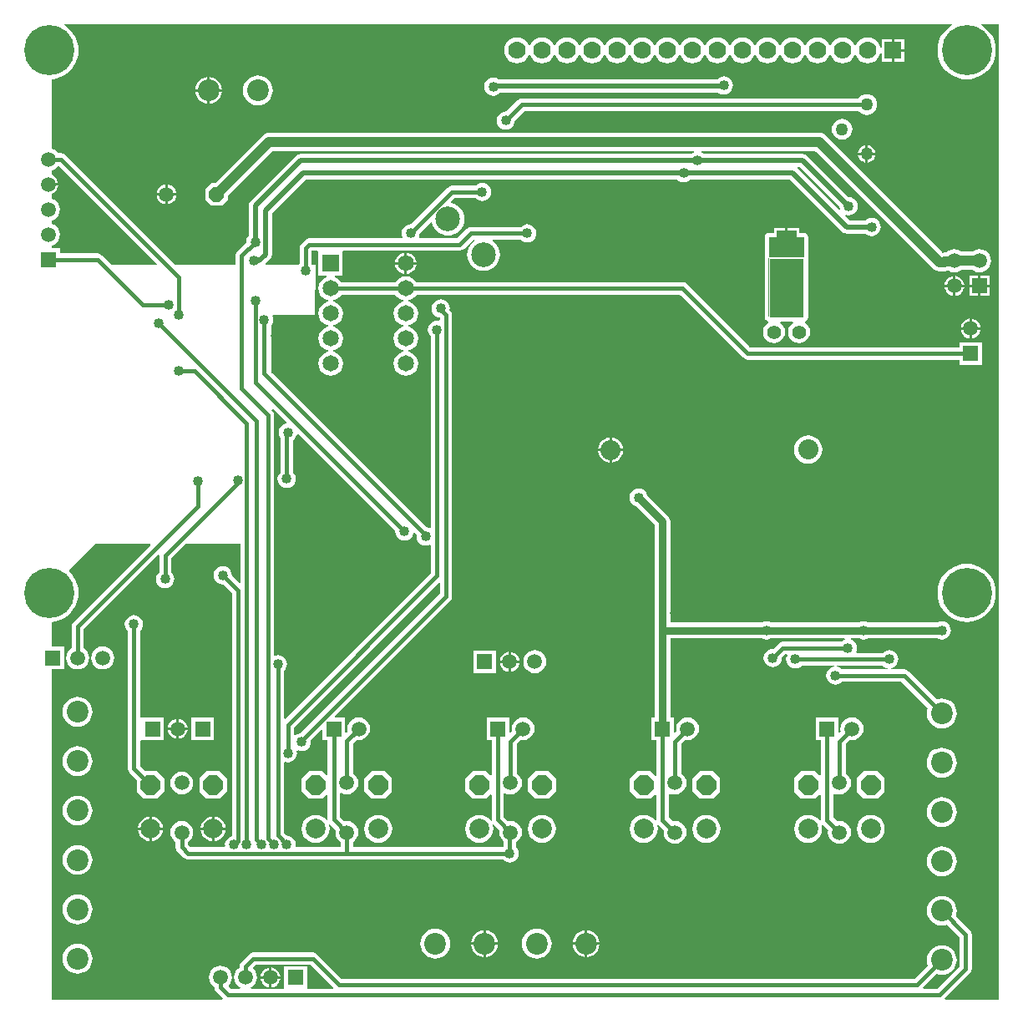
<source format=gbl>
G04*
G04 #@! TF.GenerationSoftware,Altium Limited,Altium Designer,19.1.6 (110)*
G04*
G04 Layer_Physical_Order=2*
G04 Layer_Color=16711680*
%FSLAX43Y43*%
%MOMM*%
G71*
G01*
G75*
%ADD96C,0.508*%
%ADD97C,0.406*%
%ADD98C,0.762*%
%ADD99C,1.016*%
%ADD101C,2.200*%
%ADD102R,1.500X1.500*%
%ADD103C,1.500*%
%ADD104R,1.500X1.500*%
%ADD105C,1.500*%
%ADD106R,1.500X1.500*%
%ADD107C,3.000*%
%ADD108C,1.651*%
%ADD109R,1.651X1.651*%
%ADD110C,2.500*%
%ADD111P,1.624X8X22.5*%
%ADD112C,2.032*%
%ADD113C,2.000*%
%ADD114P,2.165X8X112.5*%
%ADD115C,1.270*%
%ADD116C,1.778*%
%ADD117R,1.778X1.778*%
%ADD118C,5.080*%
%ADD119C,1.400*%
%ADD120C,1.016*%
%ADD121R,2.032X1.524*%
%ADD122R,0.048X5.976*%
%ADD123R,3.548X2.152*%
%ADD124R,3.500X6.000*%
G36*
X99456Y544D02*
X94058D01*
X94006Y671D01*
X96578Y3243D01*
X96713Y3445D01*
X96761Y3683D01*
Y7137D01*
X96713Y7375D01*
X96578Y7577D01*
X95138Y9017D01*
X95211Y9255D01*
X95240Y9550D01*
X95211Y9846D01*
X95124Y10130D01*
X94985Y10391D01*
X94796Y10621D01*
X94567Y10809D01*
X94305Y10949D01*
X94021Y11035D01*
X93726Y11064D01*
X93431Y11035D01*
X93147Y10949D01*
X92885Y10809D01*
X92656Y10621D01*
X92467Y10391D01*
X92328Y10130D01*
X92241Y9846D01*
X92212Y9550D01*
X92241Y9255D01*
X92328Y8971D01*
X92467Y8709D01*
X92656Y8480D01*
X92885Y8292D01*
X93147Y8152D01*
X93431Y8066D01*
X93726Y8037D01*
X94021Y8066D01*
X94259Y8138D01*
X95517Y6880D01*
Y3940D01*
X93215Y1638D01*
X91858D01*
X91809Y1755D01*
X93193Y3138D01*
X93431Y3066D01*
X93726Y3037D01*
X94021Y3066D01*
X94305Y3152D01*
X94567Y3292D01*
X94796Y3480D01*
X94985Y3709D01*
X95124Y3971D01*
X95211Y4255D01*
X95240Y4550D01*
X95211Y4846D01*
X95124Y5130D01*
X94985Y5391D01*
X94796Y5621D01*
X94567Y5809D01*
X94305Y5949D01*
X94021Y6035D01*
X93726Y6064D01*
X93431Y6035D01*
X93147Y5949D01*
X92885Y5809D01*
X92656Y5621D01*
X92467Y5391D01*
X92328Y5130D01*
X92241Y4846D01*
X92212Y4550D01*
X92241Y4255D01*
X92314Y4017D01*
X90950Y2654D01*
X32896D01*
X30412Y5139D01*
X30210Y5273D01*
X29972Y5321D01*
X23876D01*
X23638Y5273D01*
X23437Y5139D01*
X22674Y4377D01*
X22540Y4175D01*
X22492Y3937D01*
Y3775D01*
X22289Y3619D01*
X22104Y3377D01*
X21987Y3096D01*
X21948Y2794D01*
X21987Y2492D01*
X22104Y2211D01*
X22289Y1969D01*
X22531Y1784D01*
X22578Y1765D01*
X22552Y1638D01*
X21593D01*
X21389Y1842D01*
X21398Y1968D01*
X21399Y1969D01*
X21584Y2211D01*
X21701Y2492D01*
X21740Y2794D01*
X21701Y3096D01*
X21584Y3377D01*
X21399Y3619D01*
X21157Y3804D01*
X20876Y3921D01*
X20574Y3960D01*
X20272Y3921D01*
X19991Y3804D01*
X19749Y3619D01*
X19564Y3377D01*
X19447Y3096D01*
X19408Y2794D01*
X19447Y2492D01*
X19564Y2211D01*
X19749Y1969D01*
X19952Y1813D01*
Y1778D01*
X20000Y1540D01*
X20135Y1339D01*
X20802Y671D01*
X20750Y544D01*
X3463D01*
X3463Y34023D01*
X4712D01*
Y36335D01*
X3463D01*
Y38836D01*
X3703Y38855D01*
X4154Y38963D01*
X4582Y39141D01*
X4978Y39383D01*
X5330Y39684D01*
X5632Y40037D01*
X5874Y40432D01*
X6051Y40861D01*
X6160Y41312D01*
X6196Y41774D01*
X6160Y42236D01*
X6051Y42687D01*
X5874Y43116D01*
X5632Y43511D01*
X5330Y43864D01*
X5224Y43954D01*
X5219Y44081D01*
X7874Y46736D01*
X13433D01*
X13482Y46619D01*
X5656Y38793D01*
X5522Y38592D01*
X5474Y38354D01*
Y36160D01*
X5271Y36004D01*
X5086Y35762D01*
X4969Y35481D01*
X4930Y35179D01*
X4969Y34877D01*
X5086Y34596D01*
X5271Y34354D01*
X5513Y34169D01*
X5794Y34052D01*
X6096Y34013D01*
X6398Y34052D01*
X6679Y34169D01*
X6921Y34354D01*
X7106Y34596D01*
X7223Y34877D01*
X7262Y35179D01*
X7223Y35481D01*
X7106Y35762D01*
X6921Y36004D01*
X6718Y36160D01*
Y38097D01*
X14254Y45633D01*
X14364Y45564D01*
Y43856D01*
X14334Y43832D01*
X14187Y43641D01*
X14095Y43419D01*
X14064Y43180D01*
X14095Y42941D01*
X14187Y42719D01*
X14334Y42528D01*
X14525Y42381D01*
X14747Y42289D01*
X14986Y42258D01*
X15225Y42289D01*
X15447Y42381D01*
X15638Y42528D01*
X15785Y42719D01*
X15877Y42941D01*
X15908Y43180D01*
X15877Y43419D01*
X15785Y43641D01*
X15638Y43832D01*
X15608Y43856D01*
Y45336D01*
X17008Y46736D01*
X22619D01*
Y42814D01*
X22502Y42766D01*
X21745Y43523D01*
X21750Y43561D01*
X21719Y43800D01*
X21627Y44022D01*
X21480Y44213D01*
X21289Y44360D01*
X21067Y44452D01*
X20828Y44483D01*
X20589Y44452D01*
X20367Y44360D01*
X20176Y44213D01*
X20029Y44022D01*
X19937Y43800D01*
X19906Y43561D01*
X19937Y43322D01*
X20029Y43100D01*
X20176Y42909D01*
X20367Y42762D01*
X20589Y42670D01*
X20828Y42639D01*
X20866Y42644D01*
X21730Y41780D01*
Y17146D01*
X21510Y17055D01*
X21319Y16908D01*
X21172Y16717D01*
X21080Y16495D01*
X21049Y16256D01*
X21067Y16116D01*
X20961Y15989D01*
X17529D01*
X17282Y16236D01*
Y16519D01*
X17485Y16675D01*
X17670Y16917D01*
X17787Y17198D01*
X17826Y17500D01*
X17787Y17802D01*
X17670Y18083D01*
X17485Y18325D01*
X17243Y18510D01*
X16962Y18627D01*
X16660Y18666D01*
X16358Y18627D01*
X16077Y18510D01*
X15835Y18325D01*
X15650Y18083D01*
X15533Y17802D01*
X15494Y17500D01*
X15533Y17198D01*
X15650Y16917D01*
X15835Y16675D01*
X16038Y16519D01*
Y15979D01*
X16086Y15741D01*
X16221Y15540D01*
X16833Y14927D01*
X17034Y14793D01*
X17272Y14745D01*
X49235D01*
X49259Y14715D01*
X49450Y14568D01*
X49672Y14476D01*
X49911Y14445D01*
X50150Y14476D01*
X50372Y14568D01*
X50563Y14715D01*
X50710Y14906D01*
X50802Y15128D01*
X50833Y15367D01*
X50802Y15606D01*
X50710Y15828D01*
X50563Y16019D01*
X50533Y16043D01*
Y16469D01*
X50583Y16490D01*
X50825Y16675D01*
X51010Y16917D01*
X51127Y17198D01*
X51166Y17500D01*
X51127Y17802D01*
X51010Y18083D01*
X50825Y18325D01*
X50583Y18510D01*
X50302Y18627D01*
X50000Y18666D01*
X49746Y18633D01*
X49327Y19052D01*
Y21414D01*
X49454Y21475D01*
X49698Y21373D01*
X50000Y21334D01*
X50302Y21373D01*
X50583Y21490D01*
X50825Y21675D01*
X51010Y21917D01*
X51127Y22198D01*
X51166Y22500D01*
X51127Y22802D01*
X51010Y23083D01*
X50825Y23325D01*
X50622Y23481D01*
Y26473D01*
X51016Y26867D01*
X51270Y26834D01*
X51572Y26873D01*
X51853Y26990D01*
X52095Y27175D01*
X52280Y27417D01*
X52397Y27698D01*
X52436Y28000D01*
X52397Y28302D01*
X52280Y28583D01*
X52095Y28825D01*
X51853Y29010D01*
X51572Y29127D01*
X51270Y29166D01*
X50968Y29127D01*
X50687Y29010D01*
X50445Y28825D01*
X50260Y28583D01*
X50143Y28302D01*
X50104Y28000D01*
X50137Y27746D01*
X50004Y27613D01*
X49886Y27661D01*
Y29156D01*
X47574D01*
Y26844D01*
X48083D01*
Y23316D01*
X47966Y23267D01*
X47528Y23705D01*
X46122D01*
X45419Y23002D01*
Y21596D01*
X46122Y20892D01*
X47528D01*
X47966Y21330D01*
X48083Y21282D01*
Y18795D01*
X48100Y18711D01*
X47981Y18657D01*
X47828Y18857D01*
X47534Y19082D01*
X47192Y19224D01*
X46825Y19272D01*
X46458Y19224D01*
X46116Y19082D01*
X45822Y18857D01*
X45597Y18563D01*
X45455Y18221D01*
X45406Y17854D01*
X45455Y17487D01*
X45597Y17144D01*
X45822Y16851D01*
X46116Y16625D01*
X46458Y16483D01*
X46825Y16435D01*
X47192Y16483D01*
X47534Y16625D01*
X47828Y16851D01*
X48053Y17144D01*
X48195Y17487D01*
X48244Y17854D01*
X48195Y18221D01*
X48177Y18264D01*
X48285Y18336D01*
X48867Y17754D01*
X48834Y17500D01*
X48873Y17198D01*
X48990Y16917D01*
X49175Y16675D01*
X49289Y16588D01*
Y16043D01*
X49259Y16019D01*
X49235Y15989D01*
X34022D01*
Y16519D01*
X34225Y16675D01*
X34410Y16917D01*
X34527Y17198D01*
X34566Y17500D01*
X34527Y17802D01*
X34410Y18083D01*
X34225Y18325D01*
X33983Y18510D01*
X33702Y18627D01*
X33400Y18666D01*
X33146Y18633D01*
X32682Y19097D01*
Y21450D01*
X32795Y21506D01*
X32817Y21490D01*
X33098Y21373D01*
X33400Y21334D01*
X33702Y21373D01*
X33983Y21490D01*
X34225Y21675D01*
X34410Y21917D01*
X34527Y22198D01*
X34566Y22500D01*
X34527Y22802D01*
X34410Y23083D01*
X34225Y23325D01*
X34022Y23481D01*
Y26543D01*
X34346Y26867D01*
X34600Y26834D01*
X34902Y26873D01*
X35183Y26990D01*
X35425Y27175D01*
X35610Y27417D01*
X35727Y27698D01*
X35766Y28000D01*
X35727Y28302D01*
X35610Y28583D01*
X35425Y28825D01*
X35183Y29010D01*
X34902Y29127D01*
X34600Y29166D01*
X34298Y29127D01*
X34017Y29010D01*
X33775Y28825D01*
X33590Y28583D01*
X33473Y28302D01*
X33434Y28000D01*
X33467Y27746D01*
X33334Y27613D01*
X33216Y27661D01*
Y29156D01*
X32223D01*
X32174Y29274D01*
X43874Y40973D01*
X44008Y41175D01*
X44056Y41413D01*
Y69939D01*
X44008Y70177D01*
X43874Y70379D01*
X43824Y70428D01*
X43848Y70612D01*
X43817Y70851D01*
X43725Y71073D01*
X43578Y71264D01*
X43387Y71411D01*
X43165Y71503D01*
X42926Y71534D01*
X42687Y71503D01*
X42465Y71411D01*
X42274Y71264D01*
X42127Y71073D01*
X42035Y70851D01*
X42004Y70612D01*
X42035Y70373D01*
X42127Y70151D01*
X42274Y69960D01*
X42465Y69813D01*
X42687Y69721D01*
X42786Y69708D01*
X42812Y69682D01*
Y69463D01*
X42685Y69357D01*
X42545Y69375D01*
X42306Y69344D01*
X42084Y69252D01*
X41893Y69105D01*
X41746Y68914D01*
X41654Y68692D01*
X41623Y68453D01*
X41654Y68214D01*
X41746Y67992D01*
X41893Y67801D01*
X41923Y67777D01*
Y48402D01*
X41796Y48324D01*
X41641Y48389D01*
X41498Y48408D01*
X25781Y64125D01*
Y68960D01*
X25818Y69008D01*
X25910Y69230D01*
X25941Y69469D01*
X25910Y69708D01*
X25851Y69850D01*
X25936Y69977D01*
X30147Y69977D01*
X30275Y75020D01*
X29903D01*
X29862Y75074D01*
X29832Y75098D01*
Y76451D01*
X29848Y76467D01*
X30412D01*
X30518Y76416D01*
X30518Y76340D01*
Y73952D01*
X31357D01*
X31382Y73825D01*
X31129Y73720D01*
X30871Y73523D01*
X30674Y73265D01*
X30550Y72966D01*
X30507Y72644D01*
X30550Y72322D01*
X30674Y72023D01*
X30871Y71765D01*
X31129Y71568D01*
X31428Y71444D01*
X31472Y71438D01*
Y71310D01*
X31428Y71304D01*
X31129Y71180D01*
X30871Y70983D01*
X30674Y70725D01*
X30550Y70426D01*
X30507Y70104D01*
X30550Y69782D01*
X30674Y69483D01*
X30871Y69225D01*
X31129Y69028D01*
X31428Y68904D01*
X31472Y68898D01*
Y68770D01*
X31428Y68764D01*
X31129Y68640D01*
X30871Y68443D01*
X30674Y68185D01*
X30550Y67886D01*
X30507Y67564D01*
X30550Y67242D01*
X30674Y66943D01*
X30871Y66685D01*
X31129Y66488D01*
X31428Y66364D01*
X31472Y66358D01*
Y66230D01*
X31428Y66224D01*
X31129Y66100D01*
X30871Y65903D01*
X30674Y65645D01*
X30550Y65346D01*
X30507Y65024D01*
X30550Y64702D01*
X30674Y64403D01*
X30871Y64145D01*
X31129Y63948D01*
X31428Y63824D01*
X31750Y63781D01*
X32072Y63824D01*
X32371Y63948D01*
X32629Y64145D01*
X32826Y64403D01*
X32950Y64702D01*
X32993Y65024D01*
X32950Y65346D01*
X32826Y65645D01*
X32629Y65903D01*
X32371Y66100D01*
X32072Y66224D01*
X32028Y66230D01*
Y66358D01*
X32072Y66364D01*
X32371Y66488D01*
X32629Y66685D01*
X32826Y66943D01*
X32950Y67242D01*
X32993Y67564D01*
X32950Y67886D01*
X32826Y68185D01*
X32629Y68443D01*
X32371Y68640D01*
X32072Y68764D01*
X32028Y68770D01*
Y68898D01*
X32072Y68904D01*
X32371Y69028D01*
X32629Y69225D01*
X32826Y69483D01*
X32950Y69782D01*
X32993Y70104D01*
X32950Y70426D01*
X32826Y70725D01*
X32629Y70983D01*
X32371Y71180D01*
X32072Y71304D01*
X32028Y71310D01*
Y71438D01*
X32072Y71444D01*
X32371Y71568D01*
X32629Y71765D01*
X32826Y72022D01*
X38294D01*
X38491Y71765D01*
X38749Y71568D01*
X39048Y71444D01*
X39092Y71438D01*
Y71310D01*
X39048Y71304D01*
X38749Y71180D01*
X38491Y70983D01*
X38294Y70725D01*
X38170Y70426D01*
X38127Y70104D01*
X38170Y69782D01*
X38294Y69483D01*
X38491Y69225D01*
X38749Y69028D01*
X39048Y68904D01*
X39092Y68898D01*
Y68770D01*
X39048Y68764D01*
X38749Y68640D01*
X38491Y68443D01*
X38294Y68185D01*
X38170Y67886D01*
X38127Y67564D01*
X38170Y67242D01*
X38294Y66943D01*
X38491Y66685D01*
X38749Y66488D01*
X39048Y66364D01*
X39092Y66358D01*
Y66230D01*
X39048Y66224D01*
X38749Y66100D01*
X38491Y65903D01*
X38294Y65645D01*
X38170Y65346D01*
X38127Y65024D01*
X38170Y64702D01*
X38294Y64403D01*
X38491Y64145D01*
X38749Y63948D01*
X39048Y63824D01*
X39370Y63781D01*
X39692Y63824D01*
X39991Y63948D01*
X40249Y64145D01*
X40446Y64403D01*
X40570Y64702D01*
X40613Y65024D01*
X40570Y65346D01*
X40446Y65645D01*
X40249Y65903D01*
X39991Y66100D01*
X39692Y66224D01*
X39648Y66230D01*
Y66358D01*
X39692Y66364D01*
X39991Y66488D01*
X40249Y66685D01*
X40446Y66943D01*
X40570Y67242D01*
X40613Y67564D01*
X40570Y67886D01*
X40446Y68185D01*
X40249Y68443D01*
X39991Y68640D01*
X39692Y68764D01*
X39648Y68770D01*
Y68898D01*
X39692Y68904D01*
X39991Y69028D01*
X40249Y69225D01*
X40446Y69483D01*
X40570Y69782D01*
X40613Y70104D01*
X40570Y70426D01*
X40446Y70725D01*
X40249Y70983D01*
X39991Y71180D01*
X39692Y71304D01*
X39648Y71310D01*
Y71438D01*
X39692Y71444D01*
X39991Y71568D01*
X40249Y71765D01*
X40446Y72022D01*
X67180D01*
X73602Y65601D01*
X73803Y65466D01*
X74041Y65418D01*
X95491D01*
Y64884D01*
X97803D01*
Y67196D01*
X95491D01*
Y66662D01*
X74298D01*
X67877Y73084D01*
X67675Y73218D01*
X67437Y73266D01*
X40446D01*
X40249Y73523D01*
X39991Y73720D01*
X39692Y73844D01*
X39370Y73887D01*
X39048Y73844D01*
X38749Y73720D01*
X38491Y73523D01*
X38294Y73266D01*
X32826D01*
X32629Y73523D01*
X32371Y73720D01*
X32118Y73825D01*
X32143Y73952D01*
X32982D01*
Y76340D01*
X32982Y76416D01*
X33088Y76467D01*
X44831D01*
X45069Y76515D01*
X45271Y76649D01*
X46226Y77605D01*
X46309Y77595D01*
X46334Y77465D01*
X46319Y77457D01*
X46067Y77250D01*
X45860Y76998D01*
X45706Y76710D01*
X45612Y76398D01*
X45580Y76073D01*
X45612Y75748D01*
X45706Y75436D01*
X45860Y75148D01*
X46067Y74896D01*
X46319Y74689D01*
X46607Y74535D01*
X46919Y74441D01*
X47244Y74409D01*
X47569Y74441D01*
X47881Y74535D01*
X48169Y74689D01*
X48421Y74896D01*
X48628Y75148D01*
X48782Y75436D01*
X48876Y75748D01*
X48908Y76073D01*
X48876Y76398D01*
X48782Y76710D01*
X48628Y76998D01*
X48421Y77250D01*
X48169Y77457D01*
X48112Y77487D01*
X48143Y77610D01*
X51013D01*
X51037Y77580D01*
X51228Y77433D01*
X51450Y77341D01*
X51689Y77310D01*
X51928Y77341D01*
X52150Y77433D01*
X52341Y77580D01*
X52488Y77771D01*
X52580Y77993D01*
X52611Y78232D01*
X52580Y78471D01*
X52488Y78693D01*
X52341Y78884D01*
X52150Y79031D01*
X51928Y79123D01*
X51689Y79154D01*
X51450Y79123D01*
X51228Y79031D01*
X51037Y78884D01*
X51013Y78854D01*
X45974D01*
X45736Y78806D01*
X45535Y78672D01*
X44574Y77711D01*
X40782D01*
X40704Y77838D01*
X40769Y77993D01*
X40800Y78232D01*
X40795Y78270D01*
X41906Y79381D01*
X42025Y79321D01*
X42114Y79028D01*
X42268Y78740D01*
X42475Y78488D01*
X42727Y78281D01*
X43015Y78127D01*
X43327Y78033D01*
X43652Y78001D01*
X43977Y78033D01*
X44289Y78127D01*
X44577Y78281D01*
X44829Y78488D01*
X45036Y78740D01*
X45190Y79028D01*
X45284Y79340D01*
X45316Y79665D01*
X45284Y79990D01*
X45190Y80302D01*
X45036Y80590D01*
X44829Y80842D01*
X44577Y81049D01*
X44289Y81203D01*
X43996Y81292D01*
X43936Y81411D01*
X44326Y81801D01*
X46441D01*
X46465Y81771D01*
X46656Y81624D01*
X46878Y81532D01*
X47117Y81501D01*
X47356Y81532D01*
X47578Y81624D01*
X47769Y81771D01*
X47916Y81962D01*
X48008Y82184D01*
X48039Y82423D01*
X48008Y82662D01*
X47916Y82884D01*
X47769Y83075D01*
X47578Y83222D01*
X47356Y83314D01*
X47117Y83345D01*
X46878Y83314D01*
X46656Y83222D01*
X46465Y83075D01*
X46441Y83045D01*
X44069D01*
X43831Y82997D01*
X43630Y82863D01*
X39916Y79149D01*
X39878Y79154D01*
X39639Y79123D01*
X39417Y79031D01*
X39226Y78884D01*
X39079Y78693D01*
X38987Y78471D01*
X38956Y78232D01*
X38987Y77993D01*
X39052Y77838D01*
X38974Y77711D01*
X29591D01*
X29353Y77663D01*
X29152Y77529D01*
X28771Y77147D01*
X28636Y76946D01*
X28588Y76708D01*
Y75118D01*
X28493Y75020D01*
X25201D01*
X25153Y75138D01*
X25617Y75602D01*
X25617Y75602D01*
X25723Y75740D01*
X25789Y75901D01*
X25812Y76073D01*
Y80242D01*
X29232Y83662D01*
X66930D01*
X67103Y83529D01*
X67325Y83437D01*
X67564Y83406D01*
X67803Y83437D01*
X68025Y83529D01*
X68198Y83662D01*
X78337D01*
X83350Y78649D01*
X83603Y78396D01*
X83603Y78396D01*
X83741Y78290D01*
X83902Y78224D01*
X84074Y78201D01*
X85980D01*
X86153Y78068D01*
X86375Y77976D01*
X86614Y77945D01*
X86853Y77976D01*
X87075Y78068D01*
X87266Y78215D01*
X87413Y78406D01*
X87505Y78628D01*
X87536Y78867D01*
X87505Y79106D01*
X87413Y79328D01*
X87266Y79519D01*
X87075Y79666D01*
X86853Y79758D01*
X86614Y79789D01*
X86375Y79758D01*
X86153Y79666D01*
X85980Y79533D01*
X84350D01*
X83894Y79989D01*
X83966Y80096D01*
X84026Y80072D01*
X84265Y80040D01*
X84503Y80072D01*
X84726Y80164D01*
X84917Y80310D01*
X85063Y80501D01*
X85155Y80724D01*
X85187Y80963D01*
X85155Y81201D01*
X85063Y81424D01*
X84917Y81615D01*
X84726Y81761D01*
X84503Y81853D01*
X84287Y81882D01*
X80100Y86069D01*
X79962Y86175D01*
X79801Y86241D01*
X79629Y86264D01*
X79629Y86264D01*
X69595D01*
X69422Y86397D01*
X69285Y86454D01*
X69310Y86581D01*
X80898D01*
X92820Y74659D01*
X93011Y74512D01*
X93233Y74420D01*
X93472Y74389D01*
X93980D01*
X94219Y74420D01*
X94226Y74423D01*
X94424D01*
X94694Y74311D01*
X94996Y74272D01*
X95298Y74311D01*
X95579Y74428D01*
X95694Y74516D01*
X96838D01*
X96953Y74428D01*
X97234Y74311D01*
X97536Y74272D01*
X97838Y74311D01*
X98119Y74428D01*
X98361Y74613D01*
X98546Y74855D01*
X98663Y75136D01*
X98702Y75438D01*
X98663Y75740D01*
X98546Y76021D01*
X98361Y76263D01*
X98119Y76448D01*
X97838Y76565D01*
X97536Y76604D01*
X97234Y76565D01*
X96953Y76448D01*
X96838Y76360D01*
X95694D01*
X95579Y76448D01*
X95298Y76565D01*
X94996Y76604D01*
X94694Y76565D01*
X94413Y76448D01*
X94178Y76268D01*
X94014D01*
X93842Y76245D01*
X81932Y88155D01*
X81741Y88302D01*
X81519Y88394D01*
X81280Y88425D01*
X25527D01*
X25288Y88394D01*
X25066Y88302D01*
X24875Y88155D01*
X24875Y88155D01*
X20045Y83325D01*
X19615D01*
X19037Y82747D01*
Y81591D01*
X19615Y81013D01*
X20771D01*
X21349Y81591D01*
Y82021D01*
X25909Y86581D01*
X68612D01*
X68637Y86454D01*
X68500Y86397D01*
X68327Y86264D01*
X28702D01*
X28530Y86241D01*
X28369Y86175D01*
X28231Y86069D01*
X28231Y86069D01*
X23659Y81497D01*
X23553Y81359D01*
X23487Y81198D01*
X23464Y81026D01*
X23464Y81026D01*
Y77977D01*
X23331Y77804D01*
X23239Y77582D01*
X23208Y77343D01*
X23213Y77305D01*
X22294Y76385D01*
X22159Y76184D01*
X22111Y75946D01*
Y75020D01*
X16029D01*
X4885Y86164D01*
X4683Y86299D01*
X4445Y86347D01*
X4116D01*
X3960Y86550D01*
X3718Y86735D01*
X3463Y86841D01*
X3463Y93836D01*
X3703Y93855D01*
X4154Y93963D01*
X4582Y94141D01*
X4978Y94383D01*
X5330Y94684D01*
X5632Y95037D01*
X5874Y95432D01*
X6051Y95861D01*
X6160Y96312D01*
X6196Y96774D01*
X6160Y97236D01*
X6051Y97687D01*
X5874Y98116D01*
X5632Y98511D01*
X5330Y98864D01*
X4978Y99165D01*
X4710Y99329D01*
X4746Y99456D01*
X94735D01*
X94771Y99329D01*
X94503Y99165D01*
X94151Y98864D01*
X93850Y98511D01*
X93607Y98116D01*
X93430Y97687D01*
X93321Y97236D01*
X93285Y96774D01*
X93321Y96312D01*
X93430Y95861D01*
X93607Y95432D01*
X93850Y95037D01*
X94151Y94684D01*
X94503Y94383D01*
X94899Y94141D01*
X95327Y93963D01*
X95778Y93855D01*
X96241Y93819D01*
X96703Y93855D01*
X97154Y93963D01*
X97582Y94141D01*
X97978Y94383D01*
X98330Y94684D01*
X98632Y95037D01*
X98874Y95432D01*
X99051Y95861D01*
X99160Y96312D01*
X99196Y96774D01*
X99160Y97236D01*
X99051Y97687D01*
X98874Y98116D01*
X98632Y98511D01*
X98330Y98864D01*
X97978Y99165D01*
X97710Y99329D01*
X97746Y99456D01*
X99456D01*
Y544D01*
D02*
G37*
G36*
X83345Y80940D02*
X83374Y80724D01*
X83398Y80664D01*
X83291Y80592D01*
X79084Y84799D01*
X79076Y84805D01*
X79119Y84932D01*
X79353D01*
X83345Y80940D01*
D02*
G37*
G36*
X14153Y75138D02*
X14105Y75020D01*
X9552Y75020D01*
X8568Y76005D01*
X8366Y76139D01*
X8128Y76187D01*
X4292D01*
Y76721D01*
X3463D01*
Y76989D01*
X3718Y77095D01*
X3960Y77280D01*
X4145Y77522D01*
X4262Y77803D01*
X4302Y78105D01*
X4262Y78407D01*
X4145Y78688D01*
X3960Y78930D01*
X3718Y79115D01*
X3463Y79221D01*
Y79529D01*
X3718Y79635D01*
X3960Y79820D01*
X4145Y80062D01*
X4262Y80343D01*
X4302Y80645D01*
X4262Y80947D01*
X4145Y81228D01*
X3960Y81470D01*
X3718Y81655D01*
X3463Y81761D01*
Y82234D01*
X3642Y82308D01*
X3851Y82469D01*
X4012Y82679D01*
X4113Y82923D01*
X4131Y83058D01*
X3135D01*
Y83312D01*
X4131D01*
X4113Y83447D01*
X4012Y83691D01*
X3851Y83901D01*
X3642Y84062D01*
X3463Y84136D01*
Y84609D01*
X3718Y84715D01*
X3960Y84900D01*
X4080Y85057D01*
X4227Y85064D01*
X14153Y75138D01*
D02*
G37*
G36*
X27310Y59060D02*
X27269Y58940D01*
X27193Y58930D01*
X26971Y58838D01*
X26780Y58691D01*
X26633Y58500D01*
X26541Y58278D01*
X26510Y58039D01*
X26541Y57800D01*
X26633Y57578D01*
X26683Y57512D01*
Y54016D01*
X26653Y53992D01*
X26506Y53801D01*
X26414Y53579D01*
X26383Y53340D01*
X26414Y53101D01*
X26506Y52879D01*
X26653Y52688D01*
X26844Y52541D01*
X27066Y52449D01*
X27305Y52418D01*
X27544Y52449D01*
X27766Y52541D01*
X27957Y52688D01*
X28104Y52879D01*
X28196Y53101D01*
X28227Y53340D01*
X28196Y53579D01*
X28104Y53801D01*
X27957Y53992D01*
X27927Y54016D01*
Y57266D01*
X28084Y57387D01*
X28231Y57578D01*
X28323Y57800D01*
X28333Y57876D01*
X28453Y57917D01*
X38326Y48044D01*
X38321Y48006D01*
X38352Y47767D01*
X38444Y47545D01*
X38591Y47354D01*
X38782Y47207D01*
X39004Y47115D01*
X39243Y47084D01*
X39482Y47115D01*
X39704Y47207D01*
X39895Y47354D01*
X40042Y47545D01*
X40134Y47767D01*
X40144Y47843D01*
X40264Y47884D01*
X40500Y47648D01*
X40480Y47498D01*
X40511Y47259D01*
X40603Y47037D01*
X40750Y46846D01*
X40941Y46699D01*
X41163Y46607D01*
X41402Y46576D01*
X41641Y46607D01*
X41796Y46672D01*
X41923Y46594D01*
Y43774D01*
X27155Y29005D01*
X27038Y29054D01*
Y33868D01*
X27068Y33892D01*
X27215Y34083D01*
X27307Y34305D01*
X27338Y34544D01*
X27307Y34783D01*
X27215Y35005D01*
X27068Y35196D01*
X26877Y35343D01*
X26655Y35435D01*
X26416Y35466D01*
X26177Y35435D01*
X26127Y35414D01*
X26022Y35485D01*
X26022Y59817D01*
X25974Y60055D01*
X25840Y60257D01*
X25790Y60306D01*
X25800Y60401D01*
X25921Y60449D01*
X27310Y59060D01*
D02*
G37*
G36*
X42812Y42739D02*
Y41670D01*
X28720Y27578D01*
X28590Y27561D01*
X28368Y27469D01*
X28181Y27325D01*
X28134Y27332D01*
X28054Y27359D01*
Y28146D01*
X42695Y42788D01*
X42812Y42739D01*
D02*
G37*
G36*
X30904Y27837D02*
Y26844D01*
X31438D01*
Y23361D01*
X31321Y23312D01*
X30928Y23705D01*
X29522D01*
X28819Y23002D01*
Y21596D01*
X29522Y20892D01*
X30928D01*
X31321Y21285D01*
X31438Y21237D01*
Y18840D01*
X31452Y18774D01*
X31333Y18720D01*
X31228Y18857D01*
X30934Y19082D01*
X30592Y19224D01*
X30225Y19272D01*
X29858Y19224D01*
X29516Y19082D01*
X29222Y18857D01*
X28997Y18563D01*
X28855Y18221D01*
X28806Y17854D01*
X28855Y17487D01*
X28997Y17144D01*
X29222Y16851D01*
X29516Y16625D01*
X29858Y16483D01*
X30225Y16435D01*
X30592Y16483D01*
X30934Y16625D01*
X31228Y16851D01*
X31453Y17144D01*
X31595Y17487D01*
X31644Y17854D01*
X31595Y18221D01*
X31577Y18264D01*
X31685Y18336D01*
X32267Y17754D01*
X32234Y17500D01*
X32273Y17198D01*
X32390Y16917D01*
X32575Y16675D01*
X32778Y16519D01*
Y15989D01*
X28315D01*
X28209Y16116D01*
X28227Y16256D01*
X28196Y16495D01*
X28104Y16717D01*
X27957Y16908D01*
X27766Y17055D01*
X27544Y17147D01*
X27305Y17178D01*
X27298Y17177D01*
X27038Y17438D01*
Y24586D01*
X27143Y24657D01*
X27193Y24636D01*
X27432Y24605D01*
X27671Y24636D01*
X27893Y24728D01*
X28084Y24875D01*
X28231Y25066D01*
X28323Y25288D01*
X28354Y25527D01*
X28325Y25752D01*
X28357Y25792D01*
X28427Y25847D01*
X28590Y25779D01*
X28829Y25748D01*
X29068Y25779D01*
X29290Y25871D01*
X29481Y26018D01*
X29628Y26209D01*
X29720Y26431D01*
X29751Y26670D01*
X29730Y26830D01*
X30786Y27886D01*
X30904Y27837D01*
D02*
G37*
G36*
X32037Y1755D02*
X31989Y1638D01*
X29477D01*
X29350Y1638D01*
X29350Y1765D01*
Y3950D01*
X27038D01*
Y1765D01*
X27038Y1638D01*
X26911Y1638D01*
X23676D01*
X23650Y1765D01*
X23697Y1784D01*
X23939Y1969D01*
X24124Y2211D01*
X24241Y2492D01*
X24280Y2794D01*
X24241Y3096D01*
X24124Y3377D01*
X23939Y3619D01*
X23866Y3675D01*
X23857Y3801D01*
X24133Y4077D01*
X29715D01*
X32037Y1755D01*
D02*
G37*
%LPC*%
G36*
X86208Y98081D02*
X85869Y98036D01*
X85554Y97906D01*
X85284Y97698D01*
X85076Y97427D01*
X85006Y97259D01*
X84869D01*
X84799Y97427D01*
X84591Y97698D01*
X84321Y97906D01*
X84006Y98036D01*
X83668Y98081D01*
X83329Y98036D01*
X83014Y97906D01*
X82744Y97698D01*
X82536Y97427D01*
X82466Y97259D01*
X82329D01*
X82259Y97427D01*
X82051Y97698D01*
X81781Y97906D01*
X81466Y98036D01*
X81128Y98081D01*
X80789Y98036D01*
X80474Y97906D01*
X80204Y97698D01*
X79996Y97427D01*
X79926Y97259D01*
X79789D01*
X79719Y97427D01*
X79511Y97698D01*
X79241Y97906D01*
X78926Y98036D01*
X78588Y98081D01*
X78249Y98036D01*
X77934Y97906D01*
X77664Y97698D01*
X77456Y97427D01*
X77386Y97259D01*
X77249D01*
X77179Y97427D01*
X76971Y97698D01*
X76701Y97906D01*
X76386Y98036D01*
X76048Y98081D01*
X75709Y98036D01*
X75394Y97906D01*
X75124Y97698D01*
X74916Y97427D01*
X74846Y97259D01*
X74709D01*
X74639Y97427D01*
X74431Y97698D01*
X74161Y97906D01*
X73846Y98036D01*
X73508Y98081D01*
X73169Y98036D01*
X72854Y97906D01*
X72584Y97698D01*
X72376Y97427D01*
X72306Y97259D01*
X72169D01*
X72099Y97427D01*
X71891Y97698D01*
X71621Y97906D01*
X71306Y98036D01*
X70968Y98081D01*
X70629Y98036D01*
X70314Y97906D01*
X70044Y97698D01*
X69836Y97427D01*
X69766Y97259D01*
X69629D01*
X69559Y97427D01*
X69351Y97698D01*
X69081Y97906D01*
X68766Y98036D01*
X68428Y98081D01*
X68089Y98036D01*
X67774Y97906D01*
X67504Y97698D01*
X67296Y97427D01*
X67226Y97259D01*
X67089D01*
X67019Y97427D01*
X66811Y97698D01*
X66541Y97906D01*
X66226Y98036D01*
X65888Y98081D01*
X65549Y98036D01*
X65234Y97906D01*
X64964Y97698D01*
X64756Y97427D01*
X64686Y97259D01*
X64549D01*
X64479Y97427D01*
X64271Y97698D01*
X64001Y97906D01*
X63686Y98036D01*
X63348Y98081D01*
X63009Y98036D01*
X62694Y97906D01*
X62424Y97698D01*
X62216Y97427D01*
X62146Y97259D01*
X62009D01*
X61939Y97427D01*
X61731Y97698D01*
X61461Y97906D01*
X61146Y98036D01*
X60808Y98081D01*
X60469Y98036D01*
X60154Y97906D01*
X59884Y97698D01*
X59676Y97427D01*
X59606Y97259D01*
X59469D01*
X59399Y97427D01*
X59191Y97698D01*
X58921Y97906D01*
X58606Y98036D01*
X58268Y98081D01*
X57929Y98036D01*
X57614Y97906D01*
X57344Y97698D01*
X57136Y97427D01*
X57066Y97259D01*
X56929D01*
X56859Y97427D01*
X56651Y97698D01*
X56381Y97906D01*
X56066Y98036D01*
X55728Y98081D01*
X55389Y98036D01*
X55074Y97906D01*
X54804Y97698D01*
X54596Y97427D01*
X54526Y97259D01*
X54389D01*
X54319Y97427D01*
X54111Y97698D01*
X53841Y97906D01*
X53526Y98036D01*
X53188Y98081D01*
X52849Y98036D01*
X52534Y97906D01*
X52264Y97698D01*
X52056Y97427D01*
X51986Y97259D01*
X51849D01*
X51779Y97427D01*
X51571Y97698D01*
X51301Y97906D01*
X50986Y98036D01*
X50648Y98081D01*
X50309Y98036D01*
X49994Y97906D01*
X49724Y97698D01*
X49516Y97427D01*
X49386Y97112D01*
X49341Y96774D01*
X49386Y96436D01*
X49516Y96121D01*
X49724Y95850D01*
X49994Y95643D01*
X50309Y95512D01*
X50648Y95467D01*
X50986Y95512D01*
X51301Y95643D01*
X51571Y95850D01*
X51779Y96121D01*
X51849Y96289D01*
X51986D01*
X52056Y96121D01*
X52264Y95850D01*
X52534Y95642D01*
X52849Y95512D01*
X53188Y95467D01*
X53526Y95512D01*
X53841Y95642D01*
X54111Y95850D01*
X54319Y96121D01*
X54389Y96289D01*
X54526D01*
X54596Y96121D01*
X54804Y95850D01*
X55074Y95642D01*
X55389Y95512D01*
X55728Y95467D01*
X56066Y95512D01*
X56381Y95642D01*
X56651Y95850D01*
X56859Y96121D01*
X56929Y96289D01*
X57066D01*
X57136Y96121D01*
X57344Y95850D01*
X57614Y95643D01*
X57929Y95512D01*
X58268Y95467D01*
X58606Y95512D01*
X58921Y95643D01*
X59191Y95850D01*
X59399Y96121D01*
X59469Y96289D01*
X59606D01*
X59676Y96121D01*
X59884Y95850D01*
X60154Y95643D01*
X60469Y95512D01*
X60808Y95467D01*
X61146Y95512D01*
X61461Y95643D01*
X61731Y95850D01*
X61939Y96121D01*
X62009Y96289D01*
X62146D01*
X62216Y96121D01*
X62424Y95850D01*
X62694Y95643D01*
X63009Y95512D01*
X63348Y95467D01*
X63686Y95512D01*
X64001Y95643D01*
X64271Y95850D01*
X64479Y96121D01*
X64549Y96289D01*
X64686D01*
X64756Y96121D01*
X64964Y95850D01*
X65234Y95643D01*
X65549Y95512D01*
X65888Y95467D01*
X66226Y95512D01*
X66541Y95643D01*
X66811Y95850D01*
X67019Y96121D01*
X67089Y96289D01*
X67226D01*
X67296Y96121D01*
X67504Y95850D01*
X67774Y95643D01*
X68089Y95512D01*
X68428Y95467D01*
X68766Y95512D01*
X69081Y95643D01*
X69351Y95850D01*
X69559Y96121D01*
X69629Y96289D01*
X69766D01*
X69836Y96121D01*
X70044Y95850D01*
X70314Y95643D01*
X70629Y95512D01*
X70968Y95467D01*
X71306Y95512D01*
X71621Y95643D01*
X71891Y95850D01*
X72099Y96121D01*
X72169Y96289D01*
X72306D01*
X72376Y96121D01*
X72584Y95850D01*
X72854Y95643D01*
X73169Y95512D01*
X73508Y95467D01*
X73846Y95512D01*
X74161Y95643D01*
X74431Y95850D01*
X74639Y96121D01*
X74709Y96289D01*
X74846D01*
X74916Y96121D01*
X75124Y95850D01*
X75394Y95643D01*
X75709Y95512D01*
X76048Y95467D01*
X76386Y95512D01*
X76701Y95643D01*
X76971Y95850D01*
X77179Y96121D01*
X77249Y96289D01*
X77386D01*
X77456Y96121D01*
X77664Y95850D01*
X77934Y95643D01*
X78249Y95512D01*
X78588Y95467D01*
X78926Y95512D01*
X79241Y95643D01*
X79511Y95850D01*
X79719Y96121D01*
X79789Y96289D01*
X79926D01*
X79996Y96121D01*
X80204Y95850D01*
X80474Y95643D01*
X80789Y95512D01*
X81128Y95467D01*
X81466Y95512D01*
X81781Y95643D01*
X82051Y95850D01*
X82259Y96121D01*
X82329Y96289D01*
X82466D01*
X82536Y96121D01*
X82744Y95850D01*
X83014Y95643D01*
X83329Y95512D01*
X83668Y95467D01*
X84006Y95512D01*
X84321Y95643D01*
X84591Y95850D01*
X84799Y96121D01*
X84869Y96289D01*
X85006D01*
X85076Y96121D01*
X85284Y95850D01*
X85554Y95643D01*
X85869Y95512D01*
X86208Y95467D01*
X86546Y95512D01*
X86861Y95643D01*
X87131Y95850D01*
X87339Y96121D01*
X87470Y96436D01*
X87478Y96496D01*
X87605Y96488D01*
Y95631D01*
X88621D01*
Y96774D01*
Y97917D01*
X87605D01*
Y97060D01*
X87478Y97052D01*
X87470Y97112D01*
X87339Y97427D01*
X87131Y97698D01*
X86861Y97906D01*
X86546Y98036D01*
X86208Y98081D01*
D02*
G37*
G36*
X89891Y97917D02*
X88875D01*
Y96901D01*
X89891D01*
Y97917D01*
D02*
G37*
G36*
Y96647D02*
X88875D01*
Y95631D01*
X89891D01*
Y96647D01*
D02*
G37*
G36*
X71628Y94140D02*
X71389Y94109D01*
X71167Y94017D01*
X70976Y93870D01*
X70938Y93821D01*
X48811D01*
X48721Y93890D01*
X48499Y93982D01*
X48260Y94013D01*
X48021Y93982D01*
X47799Y93890D01*
X47608Y93743D01*
X47461Y93552D01*
X47369Y93330D01*
X47338Y93091D01*
X47369Y92852D01*
X47461Y92630D01*
X47608Y92439D01*
X47799Y92292D01*
X48021Y92200D01*
X48260Y92169D01*
X48499Y92200D01*
X48721Y92292D01*
X48912Y92439D01*
X48950Y92488D01*
X71077D01*
X71167Y92419D01*
X71389Y92327D01*
X71628Y92296D01*
X71867Y92327D01*
X72089Y92419D01*
X72280Y92566D01*
X72427Y92757D01*
X72519Y92979D01*
X72550Y93218D01*
X72519Y93457D01*
X72427Y93679D01*
X72280Y93870D01*
X72089Y94017D01*
X71867Y94109D01*
X71628Y94140D01*
D02*
G37*
G36*
X19511Y94059D02*
Y92837D01*
X20733D01*
X20703Y93063D01*
X20567Y93393D01*
X20350Y93676D01*
X20067Y93893D01*
X19737Y94029D01*
X19511Y94059D01*
D02*
G37*
G36*
X19257D02*
X19031Y94029D01*
X18701Y93893D01*
X18418Y93676D01*
X18201Y93393D01*
X18065Y93063D01*
X18035Y92837D01*
X19257D01*
Y94059D01*
D02*
G37*
G36*
X20733Y92583D02*
X19511D01*
Y91361D01*
X19737Y91391D01*
X20067Y91527D01*
X20350Y91744D01*
X20567Y92027D01*
X20703Y92357D01*
X20733Y92583D01*
D02*
G37*
G36*
X19257D02*
X18035D01*
X18065Y92357D01*
X18201Y92027D01*
X18418Y91744D01*
X18701Y91527D01*
X19031Y91391D01*
X19257Y91361D01*
Y92583D01*
D02*
G37*
G36*
X24384Y94224D02*
X24089Y94195D01*
X23805Y94108D01*
X23543Y93969D01*
X23314Y93780D01*
X23125Y93551D01*
X22986Y93289D01*
X22899Y93005D01*
X22870Y92710D01*
X22899Y92415D01*
X22986Y92131D01*
X23125Y91869D01*
X23314Y91640D01*
X23543Y91451D01*
X23805Y91312D01*
X24089Y91225D01*
X24384Y91196D01*
X24679Y91225D01*
X24963Y91312D01*
X25225Y91451D01*
X25454Y91640D01*
X25643Y91869D01*
X25782Y92131D01*
X25869Y92415D01*
X25898Y92710D01*
X25869Y93005D01*
X25782Y93289D01*
X25643Y93551D01*
X25454Y93780D01*
X25225Y93969D01*
X24963Y94108D01*
X24679Y94195D01*
X24384Y94224D01*
D02*
G37*
G36*
X86106Y92323D02*
X85834Y92288D01*
X85581Y92183D01*
X85363Y92016D01*
X85270Y91895D01*
X51141D01*
X50903Y91847D01*
X50701Y91713D01*
X49568Y90579D01*
X49530Y90584D01*
X49291Y90553D01*
X49069Y90461D01*
X48878Y90314D01*
X48731Y90123D01*
X48639Y89901D01*
X48608Y89662D01*
X48639Y89423D01*
X48731Y89201D01*
X48878Y89010D01*
X49069Y88863D01*
X49291Y88771D01*
X49530Y88740D01*
X49769Y88771D01*
X49991Y88863D01*
X50182Y89010D01*
X50329Y89201D01*
X50421Y89423D01*
X50452Y89662D01*
X50447Y89700D01*
X51398Y90651D01*
X85270D01*
X85363Y90530D01*
X85581Y90363D01*
X85834Y90258D01*
X86106Y90223D01*
X86378Y90258D01*
X86631Y90363D01*
X86849Y90530D01*
X87016Y90748D01*
X87121Y91001D01*
X87156Y91273D01*
X87121Y91545D01*
X87016Y91798D01*
X86849Y92016D01*
X86631Y92183D01*
X86378Y92288D01*
X86106Y92323D01*
D02*
G37*
G36*
X83606Y89823D02*
X83334Y89788D01*
X83081Y89683D01*
X82863Y89516D01*
X82696Y89298D01*
X82591Y89045D01*
X82556Y88773D01*
X82591Y88501D01*
X82696Y88248D01*
X82863Y88030D01*
X83081Y87863D01*
X83334Y87758D01*
X83606Y87723D01*
X83878Y87758D01*
X84131Y87863D01*
X84349Y88030D01*
X84516Y88248D01*
X84621Y88501D01*
X84656Y88773D01*
X84621Y89045D01*
X84516Y89298D01*
X84349Y89516D01*
X84131Y89683D01*
X83878Y89788D01*
X83606Y89823D01*
D02*
G37*
G36*
X86233Y87153D02*
Y86400D01*
X86986D01*
X86972Y86505D01*
X86883Y86721D01*
X86740Y86907D01*
X86554Y87050D01*
X86338Y87139D01*
X86233Y87153D01*
D02*
G37*
G36*
X85979D02*
X85874Y87139D01*
X85658Y87050D01*
X85472Y86907D01*
X85329Y86721D01*
X85240Y86505D01*
X85226Y86400D01*
X85979D01*
Y87153D01*
D02*
G37*
G36*
Y86146D02*
X85226D01*
X85240Y86041D01*
X85329Y85825D01*
X85472Y85639D01*
X85658Y85496D01*
X85874Y85407D01*
X85979Y85393D01*
Y86146D01*
D02*
G37*
G36*
X86986D02*
X86233D01*
Y85393D01*
X86338Y85407D01*
X86554Y85496D01*
X86740Y85639D01*
X86883Y85825D01*
X86972Y86041D01*
X86986Y86146D01*
D02*
G37*
G36*
X15240Y83165D02*
Y82296D01*
X16109D01*
X16091Y82431D01*
X15990Y82675D01*
X15829Y82885D01*
X15619Y83046D01*
X15375Y83147D01*
X15240Y83165D01*
D02*
G37*
G36*
X14986D02*
X14851Y83147D01*
X14607Y83046D01*
X14397Y82885D01*
X14236Y82675D01*
X14135Y82431D01*
X14117Y82296D01*
X14986D01*
Y83165D01*
D02*
G37*
G36*
X16109Y82042D02*
X15240D01*
Y81173D01*
X15375Y81191D01*
X15619Y81292D01*
X15829Y81453D01*
X15990Y81663D01*
X16091Y81907D01*
X16109Y82042D01*
D02*
G37*
G36*
X14986D02*
X14117D01*
X14135Y81907D01*
X14236Y81663D01*
X14397Y81453D01*
X14607Y81292D01*
X14851Y81191D01*
X14986Y81173D01*
Y82042D01*
D02*
G37*
G36*
X79248Y78740D02*
X78105D01*
Y77724D01*
X77851D01*
Y78740D01*
X76708D01*
Y78266D01*
X76188D01*
X76030Y78235D01*
X75895Y78145D01*
X75805Y78010D01*
X75774Y77852D01*
Y75700D01*
X75789Y75626D01*
Y69723D01*
X75820Y69564D01*
X75910Y69430D01*
X76044Y69340D01*
X76062Y69337D01*
X76092Y69316D01*
X76153Y69304D01*
X76166Y69172D01*
X76150Y69165D01*
X75919Y68988D01*
X75742Y68757D01*
X75630Y68488D01*
X75592Y68199D01*
X75630Y67910D01*
X75742Y67641D01*
X75919Y67410D01*
X76150Y67233D01*
X76419Y67121D01*
X76708Y67083D01*
X76997Y67121D01*
X77266Y67233D01*
X77497Y67410D01*
X77674Y67641D01*
X77786Y67910D01*
X77824Y68199D01*
X77786Y68488D01*
X77674Y68757D01*
X77497Y68988D01*
X77276Y69157D01*
X77276Y69172D01*
X77361Y69284D01*
X78595D01*
X78680Y69172D01*
X78680Y69157D01*
X78459Y68988D01*
X78282Y68757D01*
X78170Y68488D01*
X78132Y68199D01*
X78170Y67910D01*
X78282Y67641D01*
X78459Y67410D01*
X78690Y67233D01*
X78959Y67121D01*
X79248Y67083D01*
X79537Y67121D01*
X79806Y67233D01*
X80037Y67410D01*
X80214Y67641D01*
X80326Y67910D01*
X80364Y68199D01*
X80326Y68488D01*
X80214Y68757D01*
X80037Y68988D01*
X79806Y69165D01*
X79805Y69166D01*
X79818Y69298D01*
X79910Y69316D01*
X80044Y69406D01*
X80134Y69540D01*
X80165Y69699D01*
Y75699D01*
X80151Y75773D01*
Y77852D01*
X80119Y78010D01*
X80029Y78145D01*
X79895Y78235D01*
X79736Y78266D01*
X79248D01*
Y78740D01*
D02*
G37*
G36*
X39497Y76256D02*
Y75311D01*
X40442D01*
X40422Y75466D01*
X40313Y75728D01*
X40140Y75954D01*
X39914Y76127D01*
X39652Y76236D01*
X39497Y76256D01*
D02*
G37*
G36*
X39243D02*
X39088Y76236D01*
X38826Y76127D01*
X38600Y75954D01*
X38427Y75728D01*
X38318Y75466D01*
X38298Y75311D01*
X39243D01*
Y76256D01*
D02*
G37*
G36*
X40442Y75057D02*
X39497D01*
Y74112D01*
X39652Y74132D01*
X39914Y74241D01*
X40140Y74414D01*
X40313Y74640D01*
X40422Y74902D01*
X40442Y75057D01*
D02*
G37*
G36*
X39243D02*
X38298D01*
X38318Y74902D01*
X38427Y74640D01*
X38600Y74414D01*
X38826Y74241D01*
X39088Y74132D01*
X39243Y74112D01*
Y75057D01*
D02*
G37*
G36*
X98540Y73902D02*
X97663D01*
Y73025D01*
X98540D01*
Y73902D01*
D02*
G37*
G36*
X95123Y73894D02*
Y73025D01*
X95992D01*
X95974Y73160D01*
X95873Y73404D01*
X95712Y73614D01*
X95502Y73775D01*
X95258Y73876D01*
X95123Y73894D01*
D02*
G37*
G36*
X94869D02*
X94734Y73876D01*
X94490Y73775D01*
X94280Y73614D01*
X94119Y73404D01*
X94018Y73160D01*
X94000Y73025D01*
X94869D01*
Y73894D01*
D02*
G37*
G36*
X97409Y73902D02*
X96532D01*
Y73025D01*
X97409D01*
Y73902D01*
D02*
G37*
G36*
X95992Y72771D02*
X95123D01*
Y71902D01*
X95258Y71920D01*
X95502Y72021D01*
X95712Y72182D01*
X95873Y72392D01*
X95974Y72636D01*
X95992Y72771D01*
D02*
G37*
G36*
X94869D02*
X94000D01*
X94018Y72636D01*
X94119Y72392D01*
X94280Y72182D01*
X94490Y72021D01*
X94734Y71920D01*
X94869Y71902D01*
Y72771D01*
D02*
G37*
G36*
X98540D02*
X97663D01*
Y71894D01*
X98540D01*
Y72771D01*
D02*
G37*
G36*
X97409D02*
X96532D01*
Y71894D01*
X97409D01*
Y72771D01*
D02*
G37*
G36*
X96774Y69576D02*
Y68707D01*
X97643D01*
X97625Y68842D01*
X97524Y69086D01*
X97363Y69296D01*
X97153Y69457D01*
X96909Y69558D01*
X96774Y69576D01*
D02*
G37*
G36*
X96520D02*
X96385Y69558D01*
X96141Y69457D01*
X95931Y69296D01*
X95770Y69086D01*
X95669Y68842D01*
X95651Y68707D01*
X96520D01*
Y69576D01*
D02*
G37*
G36*
X97643Y68453D02*
X96774D01*
Y67584D01*
X96909Y67602D01*
X97153Y67703D01*
X97363Y67864D01*
X97524Y68074D01*
X97625Y68318D01*
X97643Y68453D01*
D02*
G37*
G36*
X96520D02*
X95651D01*
X95669Y68318D01*
X95770Y68074D01*
X95931Y67864D01*
X96141Y67703D01*
X96385Y67602D01*
X96520Y67584D01*
Y68453D01*
D02*
G37*
G36*
X60264Y57525D02*
Y56388D01*
X61401D01*
X61374Y56593D01*
X61246Y56901D01*
X61043Y57167D01*
X60777Y57370D01*
X60469Y57498D01*
X60264Y57525D01*
D02*
G37*
G36*
X60010D02*
X59805Y57498D01*
X59497Y57370D01*
X59231Y57167D01*
X59028Y56901D01*
X58900Y56593D01*
X58873Y56388D01*
X60010D01*
Y57525D01*
D02*
G37*
G36*
X61401Y56134D02*
X60264D01*
Y54997D01*
X60469Y55024D01*
X60777Y55152D01*
X61043Y55355D01*
X61246Y55621D01*
X61374Y55929D01*
X61401Y56134D01*
D02*
G37*
G36*
X60010D02*
X58873D01*
X58900Y55929D01*
X59028Y55621D01*
X59231Y55355D01*
X59497Y55152D01*
X59805Y55024D01*
X60010Y54997D01*
Y56134D01*
D02*
G37*
G36*
X80162Y57721D02*
X79791Y57672D01*
X79445Y57529D01*
X79148Y57301D01*
X78920Y57004D01*
X78777Y56658D01*
X78728Y56286D01*
X78777Y55915D01*
X78920Y55569D01*
X79148Y55272D01*
X79445Y55044D01*
X79791Y54901D01*
X80162Y54852D01*
X80534Y54901D01*
X80880Y55044D01*
X81177Y55272D01*
X81405Y55569D01*
X81548Y55915D01*
X81597Y56286D01*
X81548Y56658D01*
X81405Y57004D01*
X81177Y57301D01*
X80880Y57529D01*
X80534Y57672D01*
X80162Y57721D01*
D02*
G37*
G36*
X96241Y44730D02*
X95778Y44693D01*
X95327Y44585D01*
X94899Y44407D01*
X94503Y44165D01*
X94151Y43864D01*
X93850Y43511D01*
X93607Y43116D01*
X93430Y42687D01*
X93321Y42236D01*
X93285Y41774D01*
X93321Y41312D01*
X93430Y40861D01*
X93607Y40432D01*
X93850Y40037D01*
X94151Y39684D01*
X94503Y39383D01*
X94899Y39141D01*
X95327Y38963D01*
X95778Y38855D01*
X96241Y38819D01*
X96703Y38855D01*
X97154Y38963D01*
X97582Y39141D01*
X97978Y39383D01*
X98330Y39684D01*
X98632Y40037D01*
X98874Y40432D01*
X99051Y40861D01*
X99160Y41312D01*
X99196Y41774D01*
X99160Y42236D01*
X99051Y42687D01*
X98874Y43116D01*
X98632Y43511D01*
X98330Y43864D01*
X97978Y44165D01*
X97582Y44407D01*
X97154Y44585D01*
X96703Y44693D01*
X96241Y44730D01*
D02*
G37*
G36*
X62992Y52357D02*
X62753Y52326D01*
X62531Y52234D01*
X62340Y52087D01*
X62193Y51896D01*
X62101Y51674D01*
X62070Y51435D01*
X62101Y51196D01*
X62193Y50974D01*
X62340Y50783D01*
X62531Y50636D01*
X62753Y50544D01*
X62761Y50543D01*
X64606Y48698D01*
Y37846D01*
X64606Y37846D01*
X64606Y37846D01*
Y29156D01*
X64244D01*
Y26844D01*
X64778D01*
Y23291D01*
X64661Y23242D01*
X64198Y23705D01*
X62792D01*
X62089Y23002D01*
Y21596D01*
X62792Y20892D01*
X64198D01*
X64661Y21355D01*
X64778Y21307D01*
Y18770D01*
X64797Y18675D01*
X64678Y18622D01*
X64498Y18857D01*
X64204Y19082D01*
X63862Y19224D01*
X63495Y19272D01*
X63128Y19224D01*
X62786Y19082D01*
X62492Y18857D01*
X62267Y18563D01*
X62125Y18221D01*
X62076Y17854D01*
X62125Y17487D01*
X62267Y17144D01*
X62492Y16851D01*
X62786Y16625D01*
X63128Y16483D01*
X63495Y16435D01*
X63862Y16483D01*
X64204Y16625D01*
X64498Y16851D01*
X64723Y17144D01*
X64865Y17487D01*
X64914Y17854D01*
X64865Y18221D01*
X64839Y18283D01*
X64952Y18343D01*
X64961Y18330D01*
X65537Y17754D01*
X65504Y17500D01*
X65543Y17198D01*
X65660Y16917D01*
X65845Y16675D01*
X66087Y16490D01*
X66368Y16373D01*
X66670Y16334D01*
X66972Y16373D01*
X67253Y16490D01*
X67495Y16675D01*
X67680Y16917D01*
X67797Y17198D01*
X67836Y17500D01*
X67797Y17802D01*
X67680Y18083D01*
X67495Y18325D01*
X67253Y18510D01*
X66972Y18627D01*
X66670Y18666D01*
X66416Y18633D01*
X66022Y19027D01*
Y21389D01*
X66149Y21464D01*
X66368Y21373D01*
X66670Y21334D01*
X66972Y21373D01*
X67253Y21490D01*
X67495Y21675D01*
X67680Y21917D01*
X67797Y22198D01*
X67836Y22500D01*
X67797Y22802D01*
X67680Y23083D01*
X67495Y23325D01*
X67292Y23481D01*
Y26473D01*
X67686Y26867D01*
X67940Y26834D01*
X68242Y26873D01*
X68523Y26990D01*
X68765Y27175D01*
X68950Y27417D01*
X69067Y27698D01*
X69106Y28000D01*
X69067Y28302D01*
X68950Y28583D01*
X68765Y28825D01*
X68523Y29010D01*
X68242Y29127D01*
X67940Y29166D01*
X67638Y29127D01*
X67357Y29010D01*
X67115Y28825D01*
X66930Y28583D01*
X66813Y28302D01*
X66774Y28000D01*
X66807Y27746D01*
X66674Y27613D01*
X66556Y27661D01*
Y29156D01*
X66194D01*
Y37179D01*
X75479D01*
X75485Y37174D01*
X75707Y37082D01*
X75946Y37051D01*
X76185Y37082D01*
X76407Y37174D01*
X76413Y37179D01*
X83855D01*
X83880Y37052D01*
X83740Y36994D01*
X83549Y36847D01*
X83525Y36817D01*
X77597D01*
X77359Y36769D01*
X77158Y36634D01*
X76619Y36096D01*
X76581Y36101D01*
X76342Y36070D01*
X76120Y35978D01*
X75929Y35831D01*
X75782Y35640D01*
X75690Y35418D01*
X75659Y35179D01*
X75690Y34940D01*
X75782Y34718D01*
X75929Y34527D01*
X76120Y34380D01*
X76342Y34288D01*
X76581Y34257D01*
X76820Y34288D01*
X77042Y34380D01*
X77233Y34527D01*
X77380Y34718D01*
X77472Y34940D01*
X77503Y35179D01*
X77498Y35217D01*
X77845Y35564D01*
X77974Y35555D01*
X78041Y35446D01*
X77976Y35291D01*
X77945Y35052D01*
X77976Y34813D01*
X78068Y34591D01*
X78215Y34400D01*
X78406Y34253D01*
X78628Y34161D01*
X78867Y34130D01*
X79106Y34161D01*
X79328Y34253D01*
X79519Y34400D01*
X79543Y34430D01*
X82772D01*
X82780Y34303D01*
X82692Y34292D01*
X82470Y34200D01*
X82279Y34053D01*
X82132Y33862D01*
X82040Y33640D01*
X82009Y33401D01*
X82040Y33162D01*
X82132Y32940D01*
X82279Y32749D01*
X82470Y32602D01*
X82692Y32510D01*
X82931Y32479D01*
X83170Y32510D01*
X83392Y32602D01*
X83583Y32749D01*
X83607Y32779D01*
X89629D01*
X92314Y30095D01*
X92241Y29857D01*
X92212Y29562D01*
X92241Y29266D01*
X92328Y28983D01*
X92467Y28721D01*
X92656Y28491D01*
X92885Y28303D01*
X93147Y28163D01*
X93431Y28077D01*
X93726Y28048D01*
X94021Y28077D01*
X94305Y28163D01*
X94567Y28303D01*
X94796Y28491D01*
X94985Y28721D01*
X95124Y28983D01*
X95211Y29266D01*
X95240Y29562D01*
X95211Y29857D01*
X95124Y30141D01*
X94985Y30403D01*
X94796Y30632D01*
X94567Y30820D01*
X94305Y30960D01*
X94021Y31046D01*
X93726Y31075D01*
X93431Y31046D01*
X93193Y30974D01*
X90326Y33840D01*
X90125Y33975D01*
X89887Y34023D01*
X88551D01*
X88543Y34150D01*
X88631Y34161D01*
X88853Y34253D01*
X89044Y34400D01*
X89191Y34591D01*
X89283Y34813D01*
X89314Y35052D01*
X89283Y35291D01*
X89191Y35513D01*
X89044Y35704D01*
X88853Y35851D01*
X88631Y35943D01*
X88392Y35974D01*
X88153Y35943D01*
X87931Y35851D01*
X87740Y35704D01*
X87716Y35674D01*
X85105D01*
X85027Y35801D01*
X85092Y35956D01*
X85123Y36195D01*
X85092Y36434D01*
X85000Y36656D01*
X84853Y36847D01*
X84662Y36994D01*
X84522Y37052D01*
X84547Y37179D01*
X85321D01*
X85327Y37174D01*
X85550Y37082D01*
X85788Y37051D01*
X86027Y37082D01*
X86250Y37174D01*
X86256Y37179D01*
X93259D01*
X93265Y37174D01*
X93487Y37082D01*
X93726Y37051D01*
X93965Y37082D01*
X94187Y37174D01*
X94378Y37321D01*
X94525Y37512D01*
X94617Y37734D01*
X94648Y37973D01*
X94617Y38212D01*
X94525Y38434D01*
X94378Y38625D01*
X94187Y38772D01*
X93965Y38864D01*
X93726Y38895D01*
X93487Y38864D01*
X93265Y38772D01*
X93259Y38767D01*
X86256D01*
X86250Y38772D01*
X86027Y38864D01*
X85788Y38895D01*
X85550Y38864D01*
X85327Y38772D01*
X85321Y38767D01*
X76413D01*
X76407Y38772D01*
X76185Y38864D01*
X75946Y38895D01*
X75707Y38864D01*
X75485Y38772D01*
X75479Y38767D01*
X66194D01*
Y49027D01*
X66167Y49233D01*
X66088Y49424D01*
X65962Y49589D01*
X65962Y49589D01*
X63884Y51666D01*
X63883Y51674D01*
X63791Y51896D01*
X63644Y52087D01*
X63453Y52234D01*
X63231Y52326D01*
X62992Y52357D01*
D02*
G37*
G36*
X50038Y35794D02*
Y34925D01*
X50907D01*
X50889Y35060D01*
X50788Y35304D01*
X50627Y35514D01*
X50417Y35675D01*
X50173Y35776D01*
X50038Y35794D01*
D02*
G37*
G36*
X49784D02*
X49649Y35776D01*
X49405Y35675D01*
X49195Y35514D01*
X49034Y35304D01*
X48933Y35060D01*
X48915Y34925D01*
X49784D01*
Y35794D01*
D02*
G37*
G36*
X8636Y36345D02*
X8334Y36306D01*
X8053Y36189D01*
X7811Y36004D01*
X7626Y35762D01*
X7509Y35481D01*
X7470Y35179D01*
X7509Y34877D01*
X7626Y34596D01*
X7811Y34354D01*
X8053Y34169D01*
X8334Y34052D01*
X8636Y34013D01*
X8938Y34052D01*
X9219Y34169D01*
X9461Y34354D01*
X9646Y34596D01*
X9763Y34877D01*
X9802Y35179D01*
X9763Y35481D01*
X9646Y35762D01*
X9461Y36004D01*
X9219Y36189D01*
X8938Y36306D01*
X8636Y36345D01*
D02*
G37*
G36*
X50907Y34671D02*
X50038D01*
Y33802D01*
X50173Y33820D01*
X50417Y33921D01*
X50627Y34082D01*
X50788Y34292D01*
X50889Y34536D01*
X50907Y34671D01*
D02*
G37*
G36*
X49784D02*
X48915D01*
X48933Y34536D01*
X49034Y34292D01*
X49195Y34082D01*
X49405Y33921D01*
X49649Y33820D01*
X49784Y33802D01*
Y34671D01*
D02*
G37*
G36*
X48527Y35954D02*
X46215D01*
Y33642D01*
X48527D01*
Y35954D01*
D02*
G37*
G36*
X52451Y35964D02*
X52149Y35925D01*
X51868Y35808D01*
X51626Y35623D01*
X51441Y35381D01*
X51324Y35100D01*
X51285Y34798D01*
X51324Y34496D01*
X51441Y34215D01*
X51626Y33973D01*
X51868Y33788D01*
X52149Y33671D01*
X52451Y33632D01*
X52753Y33671D01*
X53034Y33788D01*
X53276Y33973D01*
X53461Y34215D01*
X53578Y34496D01*
X53617Y34798D01*
X53578Y35100D01*
X53461Y35381D01*
X53276Y35623D01*
X53034Y35808D01*
X52753Y35925D01*
X52451Y35964D01*
D02*
G37*
G36*
X6096Y31224D02*
X5801Y31195D01*
X5517Y31109D01*
X5255Y30969D01*
X5026Y30781D01*
X4837Y30551D01*
X4698Y30290D01*
X4611Y30006D01*
X4582Y29710D01*
X4611Y29415D01*
X4698Y29131D01*
X4837Y28869D01*
X5026Y28640D01*
X5255Y28452D01*
X5517Y28312D01*
X5801Y28226D01*
X6096Y28197D01*
X6391Y28226D01*
X6675Y28312D01*
X6937Y28452D01*
X7166Y28640D01*
X7355Y28869D01*
X7494Y29131D01*
X7581Y29415D01*
X7610Y29710D01*
X7581Y30006D01*
X7494Y30290D01*
X7355Y30551D01*
X7166Y30781D01*
X6937Y30969D01*
X6675Y31109D01*
X6391Y31195D01*
X6096Y31224D01*
D02*
G37*
G36*
X16371Y28996D02*
Y28127D01*
X17240D01*
X17222Y28262D01*
X17121Y28506D01*
X16960Y28716D01*
X16750Y28877D01*
X16506Y28978D01*
X16371Y28996D01*
D02*
G37*
G36*
X16117D02*
X15982Y28978D01*
X15738Y28877D01*
X15528Y28716D01*
X15367Y28506D01*
X15266Y28262D01*
X15248Y28127D01*
X16117D01*
Y28996D01*
D02*
G37*
G36*
X84610Y29166D02*
X84308Y29127D01*
X84027Y29010D01*
X83785Y28825D01*
X83600Y28583D01*
X83483Y28302D01*
X83444Y28000D01*
X83477Y27746D01*
X83344Y27613D01*
X83226Y27661D01*
Y29156D01*
X80914D01*
Y26844D01*
X81448D01*
Y23291D01*
X81331Y23242D01*
X80868Y23705D01*
X79462D01*
X78759Y23002D01*
Y21596D01*
X79462Y20892D01*
X80868D01*
X81331Y21355D01*
X81448Y21307D01*
Y18770D01*
X81467Y18675D01*
X81348Y18622D01*
X81168Y18857D01*
X80874Y19082D01*
X80532Y19224D01*
X80165Y19272D01*
X79798Y19224D01*
X79456Y19082D01*
X79162Y18857D01*
X78937Y18563D01*
X78795Y18221D01*
X78746Y17854D01*
X78795Y17487D01*
X78937Y17144D01*
X79162Y16851D01*
X79456Y16625D01*
X79798Y16483D01*
X80165Y16435D01*
X80532Y16483D01*
X80874Y16625D01*
X81168Y16851D01*
X81393Y17144D01*
X81535Y17487D01*
X81584Y17854D01*
X81535Y18221D01*
X81509Y18283D01*
X81622Y18343D01*
X81631Y18330D01*
X82207Y17754D01*
X82174Y17500D01*
X82213Y17198D01*
X82330Y16917D01*
X82515Y16675D01*
X82757Y16490D01*
X83038Y16373D01*
X83340Y16334D01*
X83642Y16373D01*
X83923Y16490D01*
X84165Y16675D01*
X84350Y16917D01*
X84467Y17198D01*
X84506Y17500D01*
X84467Y17802D01*
X84350Y18083D01*
X84165Y18325D01*
X83923Y18510D01*
X83642Y18627D01*
X83340Y18666D01*
X83086Y18633D01*
X82692Y19027D01*
Y21389D01*
X82819Y21464D01*
X83038Y21373D01*
X83340Y21334D01*
X83642Y21373D01*
X83923Y21490D01*
X84165Y21675D01*
X84350Y21917D01*
X84467Y22198D01*
X84506Y22500D01*
X84467Y22802D01*
X84350Y23083D01*
X84165Y23325D01*
X83962Y23481D01*
Y26473D01*
X84356Y26867D01*
X84610Y26834D01*
X84912Y26873D01*
X85193Y26990D01*
X85435Y27175D01*
X85620Y27417D01*
X85737Y27698D01*
X85776Y28000D01*
X85737Y28302D01*
X85620Y28583D01*
X85435Y28825D01*
X85193Y29010D01*
X84912Y29127D01*
X84610Y29166D01*
D02*
G37*
G36*
X17240Y27873D02*
X16371D01*
Y27004D01*
X16506Y27022D01*
X16750Y27123D01*
X16960Y27284D01*
X17121Y27494D01*
X17222Y27738D01*
X17240Y27873D01*
D02*
G37*
G36*
X16117D02*
X15248D01*
X15266Y27738D01*
X15367Y27494D01*
X15528Y27284D01*
X15738Y27123D01*
X15982Y27022D01*
X16117Y27004D01*
Y27873D01*
D02*
G37*
G36*
X19940Y29156D02*
X17628D01*
Y26844D01*
X19940D01*
Y29156D01*
D02*
G37*
G36*
X93726Y26075D02*
X93431Y26046D01*
X93147Y25960D01*
X93021Y25893D01*
X93015Y25895D01*
X92777Y25847D01*
X92575Y25712D01*
X92441Y25511D01*
X92393Y25273D01*
X92395Y25266D01*
X92328Y25141D01*
X92241Y24857D01*
X92212Y24562D01*
X92241Y24266D01*
X92328Y23983D01*
X92467Y23721D01*
X92656Y23491D01*
X92885Y23303D01*
X93147Y23163D01*
X93431Y23077D01*
X93726Y23048D01*
X94021Y23077D01*
X94305Y23163D01*
X94567Y23303D01*
X94796Y23491D01*
X94985Y23721D01*
X95124Y23983D01*
X95211Y24266D01*
X95240Y24562D01*
X95211Y24857D01*
X95124Y25141D01*
X94985Y25403D01*
X94796Y25632D01*
X94567Y25820D01*
X94305Y25960D01*
X94021Y26046D01*
X93726Y26075D01*
D02*
G37*
G36*
X6096Y26224D02*
X5801Y26195D01*
X5517Y26109D01*
X5255Y25969D01*
X5026Y25781D01*
X4837Y25551D01*
X4698Y25290D01*
X4611Y25006D01*
X4582Y24710D01*
X4611Y24415D01*
X4698Y24131D01*
X4837Y23869D01*
X5026Y23640D01*
X5255Y23452D01*
X5517Y23312D01*
X5801Y23226D01*
X6096Y23197D01*
X6391Y23226D01*
X6675Y23312D01*
X6937Y23452D01*
X7166Y23640D01*
X7355Y23869D01*
X7494Y24131D01*
X7581Y24415D01*
X7610Y24710D01*
X7581Y25006D01*
X7494Y25290D01*
X7355Y25551D01*
X7166Y25781D01*
X6937Y25969D01*
X6675Y26109D01*
X6391Y26195D01*
X6096Y26224D01*
D02*
G37*
G36*
X16660Y23666D02*
X16358Y23627D01*
X16077Y23510D01*
X15835Y23325D01*
X15650Y23083D01*
X15533Y22802D01*
X15494Y22500D01*
X15533Y22198D01*
X15650Y21917D01*
X15835Y21675D01*
X16077Y21490D01*
X16358Y21373D01*
X16660Y21334D01*
X16962Y21373D01*
X17243Y21490D01*
X17485Y21675D01*
X17670Y21917D01*
X17787Y22198D01*
X17826Y22500D01*
X17787Y22802D01*
X17670Y23083D01*
X17485Y23325D01*
X17243Y23510D01*
X16962Y23627D01*
X16660Y23666D01*
D02*
G37*
G36*
X87218Y23705D02*
X85812D01*
X85109Y23002D01*
Y21596D01*
X85812Y20892D01*
X87218D01*
X87921Y21596D01*
Y23002D01*
X87218Y23705D01*
D02*
G37*
G36*
X70548D02*
X69142D01*
X68439Y23002D01*
Y21596D01*
X69142Y20892D01*
X70548D01*
X71251Y21596D01*
Y23002D01*
X70548Y23705D01*
D02*
G37*
G36*
X53878D02*
X52472D01*
X51769Y23002D01*
Y21596D01*
X52472Y20892D01*
X53878D01*
X54581Y21596D01*
Y23002D01*
X53878Y23705D01*
D02*
G37*
G36*
X37278D02*
X35872D01*
X35169Y23002D01*
Y21596D01*
X35872Y20892D01*
X37278D01*
X37981Y21596D01*
Y23002D01*
X37278Y23705D01*
D02*
G37*
G36*
X20538D02*
X19132D01*
X18429Y23002D01*
Y21596D01*
X19132Y20892D01*
X20538D01*
X21241Y21596D01*
Y23002D01*
X20538Y23705D01*
D02*
G37*
G36*
X11811Y39530D02*
X11572Y39499D01*
X11350Y39407D01*
X11159Y39260D01*
X11012Y39069D01*
X10920Y38847D01*
X10889Y38608D01*
X10920Y38369D01*
X11012Y38147D01*
X11159Y37956D01*
X11196Y37927D01*
Y23966D01*
X11244Y23728D01*
X11378Y23526D01*
X12079Y22826D01*
Y21596D01*
X12782Y20892D01*
X14188D01*
X14891Y21596D01*
Y23002D01*
X14188Y23705D01*
X12958D01*
X12440Y24223D01*
Y26798D01*
X12548Y26844D01*
X12567Y26844D01*
X14860D01*
Y29156D01*
X12567D01*
X12548Y29156D01*
X12440Y29202D01*
Y37938D01*
X12463Y37956D01*
X12610Y38147D01*
X12702Y38369D01*
X12733Y38608D01*
X12702Y38847D01*
X12610Y39069D01*
X12463Y39260D01*
X12272Y39407D01*
X12050Y39499D01*
X11811Y39530D01*
D02*
G37*
G36*
X6096Y21216D02*
X5801Y21187D01*
X5517Y21101D01*
X5255Y20961D01*
X5026Y20773D01*
X4837Y20544D01*
X4698Y20282D01*
X4611Y19998D01*
X4582Y19703D01*
X4611Y19407D01*
X4698Y19124D01*
X4837Y18862D01*
X5026Y18632D01*
X5255Y18444D01*
X5517Y18304D01*
X5801Y18218D01*
X6096Y18189D01*
X6391Y18218D01*
X6675Y18304D01*
X6937Y18444D01*
X7166Y18632D01*
X7355Y18862D01*
X7494Y19124D01*
X7581Y19407D01*
X7610Y19703D01*
X7581Y19998D01*
X7494Y20282D01*
X7355Y20544D01*
X7166Y20773D01*
X6937Y20961D01*
X6675Y21101D01*
X6391Y21187D01*
X6096Y21216D01*
D02*
G37*
G36*
X93726Y21072D02*
X93431Y21043D01*
X93147Y20956D01*
X92885Y20817D01*
X92656Y20628D01*
X92467Y20399D01*
X92328Y20137D01*
X92241Y19853D01*
X92212Y19558D01*
X92241Y19263D01*
X92328Y18979D01*
X92467Y18717D01*
X92656Y18488D01*
X92885Y18299D01*
X93147Y18160D01*
X93431Y18073D01*
X93726Y18044D01*
X94021Y18073D01*
X94305Y18160D01*
X94567Y18299D01*
X94796Y18488D01*
X94985Y18717D01*
X95124Y18979D01*
X95211Y19263D01*
X95240Y19558D01*
X95211Y19853D01*
X95124Y20137D01*
X94985Y20399D01*
X94796Y20628D01*
X94567Y20817D01*
X94305Y20956D01*
X94021Y21043D01*
X93726Y21072D01*
D02*
G37*
G36*
X13612Y19102D02*
Y17981D01*
X14733D01*
X14707Y18181D01*
X14580Y18486D01*
X14379Y18748D01*
X14117Y18949D01*
X13812Y19075D01*
X13612Y19102D01*
D02*
G37*
G36*
X13358D02*
X13158Y19075D01*
X12853Y18949D01*
X12591Y18748D01*
X12390Y18486D01*
X12263Y18181D01*
X12237Y17981D01*
X13358D01*
Y19102D01*
D02*
G37*
G36*
X19962D02*
Y17981D01*
X21083D01*
X21057Y18181D01*
X20930Y18486D01*
X20729Y18748D01*
X20467Y18949D01*
X20162Y19075D01*
X19962Y19102D01*
D02*
G37*
G36*
X19708D02*
X19508Y19075D01*
X19203Y18949D01*
X18941Y18748D01*
X18740Y18486D01*
X18613Y18181D01*
X18587Y17981D01*
X19708D01*
Y19102D01*
D02*
G37*
G36*
X21083Y17727D02*
X19962D01*
Y16606D01*
X20162Y16632D01*
X20467Y16758D01*
X20729Y16959D01*
X20930Y17221D01*
X21057Y17526D01*
X21083Y17727D01*
D02*
G37*
G36*
X14733Y17727D02*
X13612D01*
Y16606D01*
X13812Y16632D01*
X14117Y16758D01*
X14379Y16959D01*
X14580Y17221D01*
X14707Y17526D01*
X14733Y17727D01*
D02*
G37*
G36*
X13358D02*
X12237D01*
X12263Y17526D01*
X12390Y17221D01*
X12591Y16959D01*
X12853Y16758D01*
X13158Y16632D01*
X13358Y16606D01*
Y17727D01*
D02*
G37*
G36*
X19708Y17727D02*
X18587D01*
X18613Y17526D01*
X18740Y17221D01*
X18941Y16959D01*
X19203Y16758D01*
X19508Y16632D01*
X19708Y16606D01*
Y17727D01*
D02*
G37*
G36*
X86515Y19272D02*
X86148Y19224D01*
X85806Y19082D01*
X85512Y18857D01*
X85287Y18563D01*
X85145Y18221D01*
X85096Y17854D01*
X85145Y17487D01*
X85287Y17144D01*
X85512Y16851D01*
X85806Y16625D01*
X86148Y16483D01*
X86515Y16435D01*
X86882Y16483D01*
X87224Y16625D01*
X87518Y16851D01*
X87743Y17144D01*
X87885Y17487D01*
X87934Y17854D01*
X87885Y18221D01*
X87743Y18563D01*
X87518Y18857D01*
X87224Y19082D01*
X86882Y19224D01*
X86515Y19272D01*
D02*
G37*
G36*
X69845D02*
X69478Y19224D01*
X69136Y19082D01*
X68842Y18857D01*
X68617Y18563D01*
X68475Y18221D01*
X68426Y17854D01*
X68475Y17487D01*
X68617Y17144D01*
X68842Y16851D01*
X69136Y16625D01*
X69478Y16483D01*
X69845Y16435D01*
X70212Y16483D01*
X70554Y16625D01*
X70848Y16851D01*
X71073Y17144D01*
X71215Y17487D01*
X71264Y17854D01*
X71215Y18221D01*
X71073Y18563D01*
X70848Y18857D01*
X70554Y19082D01*
X70212Y19224D01*
X69845Y19272D01*
D02*
G37*
G36*
X53175D02*
X52808Y19224D01*
X52466Y19082D01*
X52172Y18857D01*
X51947Y18563D01*
X51805Y18221D01*
X51756Y17854D01*
X51805Y17487D01*
X51947Y17144D01*
X52172Y16851D01*
X52466Y16625D01*
X52808Y16483D01*
X53175Y16435D01*
X53542Y16483D01*
X53884Y16625D01*
X54178Y16851D01*
X54403Y17144D01*
X54545Y17487D01*
X54594Y17854D01*
X54545Y18221D01*
X54403Y18563D01*
X54178Y18857D01*
X53884Y19082D01*
X53542Y19224D01*
X53175Y19272D01*
D02*
G37*
G36*
X36575D02*
X36208Y19224D01*
X35866Y19082D01*
X35572Y18857D01*
X35347Y18563D01*
X35205Y18221D01*
X35156Y17854D01*
X35205Y17487D01*
X35347Y17144D01*
X35572Y16851D01*
X35866Y16625D01*
X36208Y16483D01*
X36575Y16435D01*
X36942Y16483D01*
X37284Y16625D01*
X37578Y16851D01*
X37803Y17144D01*
X37945Y17487D01*
X37994Y17854D01*
X37945Y18221D01*
X37803Y18563D01*
X37578Y18857D01*
X37284Y19082D01*
X36942Y19224D01*
X36575Y19272D01*
D02*
G37*
G36*
X6096Y16216D02*
X5801Y16187D01*
X5517Y16101D01*
X5255Y15961D01*
X5026Y15773D01*
X4837Y15544D01*
X4698Y15282D01*
X4611Y14998D01*
X4582Y14703D01*
X4611Y14407D01*
X4698Y14124D01*
X4837Y13862D01*
X5026Y13632D01*
X5255Y13444D01*
X5517Y13304D01*
X5801Y13218D01*
X6096Y13189D01*
X6391Y13218D01*
X6675Y13304D01*
X6937Y13444D01*
X7166Y13632D01*
X7355Y13862D01*
X7494Y14124D01*
X7581Y14407D01*
X7610Y14703D01*
X7581Y14998D01*
X7494Y15282D01*
X7355Y15544D01*
X7166Y15773D01*
X6937Y15961D01*
X6675Y16101D01*
X6391Y16187D01*
X6096Y16216D01*
D02*
G37*
G36*
X93726Y16072D02*
X93431Y16043D01*
X93147Y15956D01*
X92885Y15817D01*
X92656Y15628D01*
X92467Y15399D01*
X92328Y15137D01*
X92241Y14853D01*
X92212Y14558D01*
X92241Y14263D01*
X92328Y13979D01*
X92467Y13717D01*
X92656Y13488D01*
X92885Y13299D01*
X93147Y13160D01*
X93431Y13073D01*
X93726Y13044D01*
X94021Y13073D01*
X94305Y13160D01*
X94567Y13299D01*
X94796Y13488D01*
X94985Y13717D01*
X95124Y13979D01*
X95211Y14263D01*
X95240Y14558D01*
X95211Y14853D01*
X95124Y15137D01*
X94985Y15399D01*
X94796Y15628D01*
X94567Y15817D01*
X94305Y15956D01*
X94021Y16043D01*
X93726Y16072D01*
D02*
G37*
G36*
X6096Y11213D02*
X5801Y11184D01*
X5517Y11097D01*
X5255Y10958D01*
X5026Y10769D01*
X4837Y10540D01*
X4698Y10278D01*
X4611Y9994D01*
X4582Y9699D01*
X4611Y9404D01*
X4698Y9120D01*
X4837Y8858D01*
X5026Y8629D01*
X5255Y8440D01*
X5517Y8301D01*
X5801Y8214D01*
X6096Y8185D01*
X6391Y8214D01*
X6675Y8301D01*
X6937Y8440D01*
X7166Y8629D01*
X7355Y8858D01*
X7494Y9120D01*
X7581Y9404D01*
X7610Y9699D01*
X7581Y9994D01*
X7494Y10278D01*
X7355Y10540D01*
X7166Y10769D01*
X6937Y10958D01*
X6675Y11097D01*
X6391Y11184D01*
X6096Y11213D01*
D02*
G37*
G36*
X57785Y7572D02*
Y6350D01*
X59007D01*
X58977Y6576D01*
X58841Y6906D01*
X58624Y7189D01*
X58341Y7406D01*
X58011Y7542D01*
X57785Y7572D01*
D02*
G37*
G36*
X47498D02*
Y6350D01*
X48720D01*
X48690Y6576D01*
X48554Y6906D01*
X48337Y7189D01*
X48054Y7406D01*
X47724Y7542D01*
X47498Y7572D01*
D02*
G37*
G36*
X57531D02*
X57305Y7542D01*
X56975Y7406D01*
X56692Y7189D01*
X56475Y6906D01*
X56339Y6576D01*
X56309Y6350D01*
X57531D01*
Y7572D01*
D02*
G37*
G36*
X47244D02*
X47018Y7542D01*
X46688Y7406D01*
X46405Y7189D01*
X46188Y6906D01*
X46052Y6576D01*
X46022Y6350D01*
X47244D01*
Y7572D01*
D02*
G37*
G36*
X59007Y6096D02*
X57785D01*
Y4874D01*
X58011Y4904D01*
X58341Y5040D01*
X58624Y5257D01*
X58841Y5540D01*
X58977Y5870D01*
X59007Y6096D01*
D02*
G37*
G36*
X48720D02*
X47498D01*
Y4874D01*
X47724Y4904D01*
X48054Y5040D01*
X48337Y5257D01*
X48554Y5540D01*
X48690Y5870D01*
X48720Y6096D01*
D02*
G37*
G36*
X57531D02*
X56309D01*
X56339Y5870D01*
X56475Y5540D01*
X56692Y5257D01*
X56975Y5040D01*
X57305Y4904D01*
X57531Y4874D01*
Y6096D01*
D02*
G37*
G36*
X47244D02*
X46022D01*
X46052Y5870D01*
X46188Y5540D01*
X46405Y5257D01*
X46688Y5040D01*
X47018Y4904D01*
X47244Y4874D01*
Y6096D01*
D02*
G37*
G36*
X52658Y7737D02*
X52363Y7708D01*
X52079Y7621D01*
X51817Y7482D01*
X51588Y7293D01*
X51399Y7064D01*
X51260Y6802D01*
X51173Y6518D01*
X51144Y6223D01*
X51173Y5928D01*
X51260Y5644D01*
X51399Y5382D01*
X51588Y5153D01*
X51817Y4964D01*
X52079Y4825D01*
X52363Y4738D01*
X52658Y4709D01*
X52953Y4738D01*
X53237Y4825D01*
X53499Y4964D01*
X53728Y5153D01*
X53917Y5382D01*
X54056Y5644D01*
X54143Y5928D01*
X54172Y6223D01*
X54143Y6518D01*
X54056Y6802D01*
X53917Y7064D01*
X53728Y7293D01*
X53499Y7482D01*
X53237Y7621D01*
X52953Y7708D01*
X52658Y7737D01*
D02*
G37*
G36*
X42371D02*
X42076Y7708D01*
X41792Y7621D01*
X41530Y7482D01*
X41301Y7293D01*
X41112Y7064D01*
X40973Y6802D01*
X40886Y6518D01*
X40857Y6223D01*
X40886Y5928D01*
X40973Y5644D01*
X41112Y5382D01*
X41301Y5153D01*
X41530Y4964D01*
X41792Y4825D01*
X42076Y4738D01*
X42371Y4709D01*
X42666Y4738D01*
X42950Y4825D01*
X43212Y4964D01*
X43441Y5153D01*
X43630Y5382D01*
X43769Y5644D01*
X43856Y5928D01*
X43885Y6223D01*
X43856Y6518D01*
X43769Y6802D01*
X43630Y7064D01*
X43441Y7293D01*
X43212Y7482D01*
X42950Y7621D01*
X42666Y7708D01*
X42371Y7737D01*
D02*
G37*
G36*
X6096Y6213D02*
X5801Y6184D01*
X5517Y6097D01*
X5255Y5958D01*
X5026Y5769D01*
X4837Y5540D01*
X4698Y5278D01*
X4611Y4994D01*
X4582Y4699D01*
X4611Y4404D01*
X4698Y4120D01*
X4837Y3858D01*
X5026Y3629D01*
X5255Y3440D01*
X5517Y3301D01*
X5801Y3214D01*
X6096Y3185D01*
X6391Y3214D01*
X6675Y3301D01*
X6937Y3440D01*
X7166Y3629D01*
X7355Y3858D01*
X7494Y4120D01*
X7581Y4404D01*
X7610Y4699D01*
X7581Y4994D01*
X7494Y5278D01*
X7355Y5540D01*
X7166Y5769D01*
X6937Y5958D01*
X6675Y6097D01*
X6391Y6184D01*
X6096Y6213D01*
D02*
G37*
%LPD*%
G36*
X87740Y34400D02*
X87931Y34253D01*
X88153Y34161D01*
X88241Y34150D01*
X88233Y34023D01*
X83607D01*
X83583Y34053D01*
X83392Y34200D01*
X83170Y34292D01*
X83082Y34303D01*
X83090Y34430D01*
X87716D01*
X87740Y34400D01*
D02*
G37*
%LPC*%
G36*
X25781Y3790D02*
Y2921D01*
X26650D01*
X26632Y3056D01*
X26531Y3300D01*
X26370Y3510D01*
X26160Y3671D01*
X25916Y3772D01*
X25781Y3790D01*
D02*
G37*
G36*
X25527D02*
X25392Y3772D01*
X25148Y3671D01*
X24938Y3510D01*
X24777Y3300D01*
X24676Y3056D01*
X24658Y2921D01*
X25527D01*
Y3790D01*
D02*
G37*
G36*
X26650Y2667D02*
X25781D01*
Y1798D01*
X25916Y1816D01*
X26160Y1917D01*
X26370Y2078D01*
X26531Y2288D01*
X26632Y2532D01*
X26650Y2667D01*
D02*
G37*
G36*
X25527D02*
X24658D01*
X24676Y2532D01*
X24777Y2288D01*
X24938Y2078D01*
X25148Y1917D01*
X25392Y1816D01*
X25527Y1798D01*
Y2667D01*
D02*
G37*
%LPD*%
D96*
X28702Y85598D02*
X68961D01*
X24130Y81026D02*
X28702Y85598D01*
X24130Y77343D02*
Y81026D01*
X28956Y84328D02*
X67564D01*
X25146Y80518D02*
X28956Y84328D01*
X25146Y76073D02*
Y80518D01*
X24003Y75438D02*
X24511D01*
X25146Y76073D01*
X83821Y79120D02*
X84074Y78867D01*
X67564Y84328D02*
X78613D01*
X83821Y79120D01*
X84074Y78867D02*
X86614D01*
X79629Y85598D02*
X84265Y80963D01*
X68961Y85598D02*
X79629D01*
X48260Y93091D02*
X48324Y93155D01*
X71564D01*
X71628Y93218D01*
D97*
X25400Y16891D02*
X26035Y16256D01*
X25400Y59817D02*
X25400Y16891D01*
X22733Y62484D02*
X25400Y59817D01*
X22733Y62484D02*
Y75946D01*
X32639Y2032D02*
X91208D01*
X29972Y4699D02*
X32639Y2032D01*
X23876Y4699D02*
X29972D01*
X91208Y2032D02*
X93726Y4550D01*
X93472Y1016D02*
X96139Y3683D01*
X21336Y1016D02*
X93472D01*
X20574Y1778D02*
X21336Y1016D01*
X93654Y4623D02*
X93726Y4550D01*
X96139Y3683D02*
Y7137D01*
X93726Y9550D02*
X96139Y7137D01*
X24003Y75381D02*
Y75438D01*
X31750Y72644D02*
X39370D01*
X29591Y77089D02*
X44831D01*
X45974Y78232D01*
X29210Y76708D02*
X29591Y77089D01*
X39878Y78232D02*
X44069Y82423D01*
X47117D01*
X39370Y72644D02*
X67437D01*
X74041Y66040D01*
X45974Y78232D02*
X51689D01*
X17272Y15367D02*
X33528D01*
X26416Y17181D02*
Y34544D01*
Y17181D02*
X27305Y16292D01*
X20574Y1778D02*
Y2794D01*
X33528Y15367D02*
X49911D01*
Y17411D01*
X25019Y64008D02*
X41402Y47625D01*
Y47498D02*
Y47625D01*
X42926Y70447D02*
Y70612D01*
Y70447D02*
X43434Y69939D01*
Y41413D02*
Y69939D01*
X28829Y26808D02*
X43434Y41413D01*
X28829Y26670D02*
Y26808D01*
X42545Y43516D02*
Y68453D01*
X27432Y28403D02*
X42545Y43516D01*
X69784Y22360D02*
X69845Y22299D01*
X48705Y18795D02*
Y28092D01*
X22352Y52959D02*
Y53213D01*
X14986Y45593D02*
X22352Y52959D01*
X23241Y16256D02*
Y58959D01*
X17938Y64262D02*
X23241Y58959D01*
X27305Y53340D02*
Y57912D01*
X27432Y58039D01*
Y25527D02*
Y28403D01*
X27305Y16256D02*
Y16292D01*
X24130Y63119D02*
X39243Y48006D01*
X21971Y16256D02*
X22352Y16637D01*
X16660Y15979D02*
X17272Y15367D01*
X22352Y16637D02*
Y42037D01*
X20828Y43561D02*
X22352Y42037D01*
X77597Y36195D02*
X84201D01*
X76581Y35179D02*
X77597Y36195D01*
X51245Y27975D02*
Y28092D01*
X78867Y35052D02*
X88392D01*
X89887Y33401D02*
X93726Y29562D01*
X82931Y33401D02*
X89887D01*
X82070Y18770D02*
X83340Y17500D01*
X82070Y18770D02*
Y28000D01*
X83340Y26730D02*
X84610Y28000D01*
X83340Y22500D02*
Y26730D01*
X16660Y15979D02*
Y17500D01*
X33400Y26800D02*
X34600Y28000D01*
X33400Y22500D02*
Y26800D01*
X51245Y27975D02*
X51270Y28000D01*
X50000Y26730D02*
X51245Y27975D01*
X50000Y22500D02*
Y26730D01*
X66670Y26730D02*
X67940Y28000D01*
X66670Y22500D02*
Y26730D01*
X65400Y18770D02*
Y28000D01*
Y18770D02*
X66670Y17500D01*
X11818Y23966D02*
Y38601D01*
Y23966D02*
X13485Y22299D01*
X33400Y15495D02*
X33528Y15367D01*
X33400Y15495D02*
Y17500D01*
X32060Y18840D02*
X33400Y17500D01*
X32060Y18840D02*
Y28000D01*
X11811Y38608D02*
X11818Y38601D01*
X24130Y63119D02*
Y71374D01*
X74041Y66040D02*
X96393D01*
X25019Y64008D02*
Y69469D01*
X8128Y75565D02*
X12737Y70956D01*
X15320D01*
X3135Y75565D02*
X8128D01*
X29210Y74422D02*
Y76708D01*
X93015Y25273D02*
X93726Y24562D01*
X18288Y50546D02*
Y53086D01*
X6096Y38354D02*
X18288Y50546D01*
X6096Y35179D02*
Y38354D01*
X14986Y43180D02*
Y45593D01*
X14351Y69088D02*
X24257Y59182D01*
X24257Y16764D01*
X24765Y16256D01*
X23114Y3937D02*
X23876Y4699D01*
X23114Y2794D02*
Y3937D01*
X49530Y89662D02*
X51141Y91273D01*
X86106D01*
X16383Y64262D02*
X17938D01*
X22733Y75946D02*
X24130Y77343D01*
X16383Y69977D02*
Y73787D01*
X4445Y85725D02*
X16383Y73787D01*
X3175Y85725D02*
X4445D01*
X48705Y18795D02*
X50000Y17500D01*
X49911Y17411D02*
X50000Y17500D01*
D98*
X62992Y51435D02*
X65400Y49027D01*
Y37846D02*
Y49027D01*
Y28000D02*
Y37846D01*
X65527Y37973D02*
X75946D01*
X65400Y37846D02*
X65527Y37973D01*
X75946D02*
X85788D01*
X93726D01*
D99*
X93980Y75311D02*
X94014Y75345D01*
X94903D01*
X94996Y75438D01*
X93472Y75311D02*
X93980D01*
X81280Y87503D02*
X93472Y75311D01*
X94996Y75438D02*
X97536D01*
X25527Y87503D02*
X81280D01*
X20193Y82169D02*
X25527Y87503D01*
D101*
X24384Y92710D02*
D03*
X19384D02*
D03*
X47371Y6223D02*
D03*
X42371D02*
D03*
X57658D02*
D03*
X52658D02*
D03*
X6096Y24710D02*
D03*
Y29710D02*
D03*
Y14703D02*
D03*
Y19703D02*
D03*
Y9699D02*
D03*
Y4699D02*
D03*
X93726Y29562D02*
D03*
Y24562D02*
D03*
Y14558D02*
D03*
Y19558D02*
D03*
Y4550D02*
D03*
Y9550D02*
D03*
D102*
X96647Y66040D02*
D03*
X97536Y72898D02*
D03*
X3135Y75565D02*
D03*
D103*
X96647Y68580D02*
D03*
X94996Y75438D02*
D03*
X97536D02*
D03*
X94996Y72898D02*
D03*
X6096Y35179D02*
D03*
X8636D02*
D03*
X15113Y82169D02*
D03*
X20574Y2794D02*
D03*
X23114D02*
D03*
X25654D02*
D03*
X52451Y34798D02*
D03*
X49911D02*
D03*
X83340Y22500D02*
D03*
Y17500D02*
D03*
X66670Y22500D02*
D03*
Y17500D02*
D03*
X50000Y22500D02*
D03*
Y17500D02*
D03*
X33400Y22500D02*
D03*
Y17500D02*
D03*
X16660Y22500D02*
D03*
Y17500D02*
D03*
X3135Y85725D02*
D03*
Y83185D02*
D03*
Y80645D02*
D03*
Y78105D02*
D03*
D104*
X3556Y35179D02*
D03*
X28194Y2794D02*
D03*
X47371Y34798D02*
D03*
D105*
X16244Y28000D02*
D03*
D03*
X34600D02*
D03*
X51270D02*
D03*
X67940D02*
D03*
X84610D02*
D03*
D106*
X18784D02*
D03*
X13704D02*
D03*
X32060D02*
D03*
X48730D02*
D03*
X65400D02*
D03*
X82070D02*
D03*
D107*
X50038Y12827D02*
D03*
X92710Y91440D02*
D03*
X83820Y9144D02*
D03*
X10160Y91440D02*
D03*
X12700Y13843D02*
D03*
D108*
X39370Y72644D02*
D03*
Y65024D02*
D03*
Y75184D02*
D03*
Y70104D02*
D03*
Y67564D02*
D03*
X31750D02*
D03*
Y65024D02*
D03*
Y70104D02*
D03*
Y72644D02*
D03*
D109*
Y75184D02*
D03*
D110*
X43652Y79665D02*
D03*
X47244Y76073D02*
D03*
D111*
X20193Y82169D02*
D03*
D112*
X80162Y56286D02*
D03*
X60137Y56261D02*
D03*
D113*
X86515Y17854D02*
D03*
X80165D02*
D03*
X69845D02*
D03*
X63495D02*
D03*
X53175D02*
D03*
X46825D02*
D03*
X36575D02*
D03*
X30225D02*
D03*
X19835D02*
D03*
X13485D02*
D03*
D114*
X86515Y22299D02*
D03*
X80165D02*
D03*
X69845D02*
D03*
X63495D02*
D03*
X53175D02*
D03*
X46825D02*
D03*
X36575D02*
D03*
X30225D02*
D03*
X19835D02*
D03*
X13485D02*
D03*
D115*
X86106Y86273D02*
D03*
X83606Y88773D02*
D03*
X86106Y91273D02*
D03*
D116*
X83668Y96774D02*
D03*
X50648D02*
D03*
X53188Y96774D02*
D03*
X55728D02*
D03*
X58268Y96774D02*
D03*
X60808D02*
D03*
X63348D02*
D03*
X65888D02*
D03*
X68428D02*
D03*
X70968D02*
D03*
X73508D02*
D03*
X76048D02*
D03*
X78588D02*
D03*
X81128D02*
D03*
X86208Y96774D02*
D03*
D117*
X88748Y96774D02*
D03*
D118*
X3241Y41774D02*
D03*
X96241Y41774D02*
D03*
X3241Y96774D02*
D03*
X96241Y96774D02*
D03*
D119*
X79248Y68199D02*
D03*
X76708D02*
D03*
D120*
X66294Y59563D02*
D03*
X72898Y53848D02*
D03*
X71120Y59055D02*
D03*
X72771Y25527D02*
D03*
X76454Y26416D02*
D03*
X77597Y27940D02*
D03*
X70485Y28448D02*
D03*
X88900Y16764D02*
D03*
X90043Y34798D02*
D03*
X94996Y33909D02*
D03*
X98298Y54610D02*
D03*
X93218Y54102D02*
D03*
X94615Y83439D02*
D03*
X98679Y77978D02*
D03*
X93980Y77724D02*
D03*
X94361Y67945D02*
D03*
X87884Y67437D02*
D03*
X92329Y69977D02*
D03*
X88138Y70866D02*
D03*
X82042Y71374D02*
D03*
X89408Y76835D02*
D03*
X93853Y64516D02*
D03*
X96266Y63754D02*
D03*
X97917Y63246D02*
D03*
X88138Y51308D02*
D03*
X86995Y57531D02*
D03*
X86741Y64643D02*
D03*
X83566Y64516D02*
D03*
X82931Y58801D02*
D03*
X81915Y52705D02*
D03*
X65024Y52070D02*
D03*
X64643Y66802D02*
D03*
X72771Y64643D02*
D03*
X58293Y69342D02*
D03*
X66675Y70739D02*
D03*
X61468Y71247D02*
D03*
X65913Y76073D02*
D03*
X71120Y75565D02*
D03*
X68453Y73533D02*
D03*
X61976Y74168D02*
D03*
X58293Y74041D02*
D03*
X53467Y73914D02*
D03*
X51689Y75692D02*
D03*
X53467Y78105D02*
D03*
X64389Y78740D02*
D03*
X74930Y72263D02*
D03*
Y77470D02*
D03*
X81280Y76073D02*
D03*
X81026Y77597D02*
D03*
X80518Y80518D02*
D03*
X76581Y80772D02*
D03*
X78994Y81407D02*
D03*
X88138Y83566D02*
D03*
X84201Y86868D02*
D03*
X82042Y88773D02*
D03*
X89408Y86106D02*
D03*
X97917Y87503D02*
D03*
X89281Y90678D02*
D03*
X87757Y94488D02*
D03*
X97917Y92329D02*
D03*
X91694Y97155D02*
D03*
X82423Y98425D02*
D03*
X77216Y98425D02*
D03*
X72390Y98425D02*
D03*
X67183D02*
D03*
X62103Y98552D02*
D03*
X57023D02*
D03*
X51816D02*
D03*
X79756Y93599D02*
D03*
X82296Y93853D02*
D03*
X84836Y93980D02*
D03*
X60325Y82550D02*
D03*
X54483D02*
D03*
X28575Y92964D02*
D03*
X47625Y98171D02*
D03*
X41148Y97663D02*
D03*
X33401Y97917D02*
D03*
X10795Y94742D02*
D03*
X20955Y40640D02*
D03*
X15240Y41656D02*
D03*
X8128Y42799D02*
D03*
X6477Y44196D02*
D03*
X17526Y42164D02*
D03*
X13843Y39497D02*
D03*
X17653Y36322D02*
D03*
X18161Y32385D02*
D03*
X4699Y32893D02*
D03*
X5080Y27178D02*
D03*
X8001Y33020D02*
D03*
X10414Y31623D02*
D03*
X10287Y26416D02*
D03*
X5334Y22225D02*
D03*
X10795Y22606D02*
D03*
X15494Y2032D02*
D03*
X8636Y7493D02*
D03*
X11303Y1905D02*
D03*
X4953Y1778D02*
D03*
X4699Y6858D02*
D03*
X4572Y12192D02*
D03*
X5334Y17526D02*
D03*
X9271Y16891D02*
D03*
X17272Y13716D02*
D03*
X15875Y14478D02*
D03*
X13081Y7239D02*
D03*
X18161Y10668D02*
D03*
X18415Y8636D02*
D03*
X21463Y12065D02*
D03*
X21717Y13716D02*
D03*
X41275Y13843D02*
D03*
X37084Y10414D02*
D03*
X33528Y13843D02*
D03*
Y7874D02*
D03*
X30734Y10922D02*
D03*
X53975Y13716D02*
D03*
X47498D02*
D03*
X55372Y26289D02*
D03*
X59690Y26670D02*
D03*
X56007Y30607D02*
D03*
X41148Y25781D02*
D03*
X35179Y24257D02*
D03*
X38989Y22352D02*
D03*
X44577D02*
D03*
X45085Y19304D02*
D03*
X38608D02*
D03*
X28194D02*
D03*
X27940Y22225D02*
D03*
Y23622D02*
D03*
X30480Y25781D02*
D03*
X37338Y28448D02*
D03*
X46609Y28575D02*
D03*
X61341Y19304D02*
D03*
X55245D02*
D03*
X55626Y22352D02*
D03*
X46736Y25400D02*
D03*
X51435Y24384D02*
D03*
X63373Y30353D02*
D03*
X63754Y24765D02*
D03*
X61087Y22352D02*
D03*
X72136Y22225D02*
D03*
X68326Y24765D02*
D03*
X67183Y30226D02*
D03*
X98679Y33528D02*
D03*
X80264Y24638D02*
D03*
X81026Y30099D02*
D03*
X84836Y31623D02*
D03*
X86741Y36195D02*
D03*
X92456Y36068D02*
D03*
X92964Y45466D02*
D03*
X98298Y45593D02*
D03*
X98171Y37719D02*
D03*
X91948Y40513D02*
D03*
X86487Y48514D02*
D03*
X89027Y46355D02*
D03*
X84582Y46101D02*
D03*
X81534Y46609D02*
D03*
X88011Y42037D02*
D03*
X84582Y39878D02*
D03*
X80645D02*
D03*
X56388Y43307D02*
D03*
X71628D02*
D03*
X77216Y45974D02*
D03*
X66929Y46101D02*
D03*
X77470Y39878D02*
D03*
X66675Y39751D02*
D03*
X66929Y36322D02*
D03*
X73279Y36576D02*
D03*
X72517Y34417D02*
D03*
X63500Y45974D02*
D03*
X48895Y44450D02*
D03*
X53848Y39370D02*
D03*
X63373Y38862D02*
D03*
Y34798D02*
D03*
X54356Y35687D02*
D03*
X50927Y37973D02*
D03*
X47244Y41656D02*
D03*
X60706Y61341D02*
D03*
X55626Y58039D02*
D03*
X45339Y60833D02*
D03*
X48895Y57023D02*
D03*
X52451Y63881D02*
D03*
X45212Y64389D02*
D03*
X61341Y51816D02*
D03*
X44831Y51689D02*
D03*
X40132Y55753D02*
D03*
X35052Y60833D02*
D03*
X35560Y58039D02*
D03*
X37338Y57658D02*
D03*
X40132Y61468D02*
D03*
X28194Y46355D02*
D03*
X32639Y48641D02*
D03*
X32893Y43815D02*
D03*
X29972Y40005D02*
D03*
X26543Y51816D02*
D03*
X26797Y36322D02*
D03*
X43307Y32258D02*
D03*
X51054Y33401D02*
D03*
X51181Y31242D02*
D03*
X34290Y30099D02*
D03*
X37465Y33401D02*
D03*
X43815Y37592D02*
D03*
X36576Y40132D02*
D03*
X33020Y36322D02*
D03*
X40386Y36195D02*
D03*
X48387Y36703D02*
D03*
X44577Y40513D02*
D03*
X44958Y45339D02*
D03*
X40894Y43942D02*
D03*
X37592Y47498D02*
D03*
X28829Y53213D02*
D03*
X32131D02*
D03*
X41148Y52451D02*
D03*
X37592Y66294D02*
D03*
X33401Y66421D02*
D03*
X37465Y71247D02*
D03*
X44577D02*
D03*
X46609Y71120D02*
D03*
X41275Y75311D02*
D03*
X44704Y75438D02*
D03*
X40513Y80772D02*
D03*
X37973Y78486D02*
D03*
X36068Y82677D02*
D03*
X31242Y78486D02*
D03*
X31369Y82677D02*
D03*
X27305Y79502D02*
D03*
X22606Y78867D02*
D03*
X5588Y89789D02*
D03*
X17780Y90170D02*
D03*
X33401Y93853D02*
D03*
X30226Y90170D02*
D03*
X26035Y89281D02*
D03*
X22479Y87376D02*
D03*
X22098Y94361D02*
D03*
X25908Y98171D02*
D03*
X16256Y98298D02*
D03*
X6858Y98552D02*
D03*
X18542Y85344D02*
D03*
X17018Y78613D02*
D03*
X15240Y76962D02*
D03*
X6858Y85344D02*
D03*
X4572Y93091D02*
D03*
Y87630D02*
D03*
X11938Y76200D02*
D03*
X5207Y82423D02*
D03*
X4826Y79375D02*
D03*
X9144Y76708D02*
D03*
X5334Y76835D02*
D03*
X78105Y22098D02*
D03*
X85852Y5461D02*
D03*
X78232Y19304D02*
D03*
X84963Y15875D02*
D03*
Y24384D02*
D03*
X88519Y27686D02*
D03*
X96647Y31242D02*
D03*
X94107Y27178D02*
D03*
X96139Y23241D02*
D03*
X92202Y22987D02*
D03*
X91440Y19050D02*
D03*
X95758Y16764D02*
D03*
X90932Y14986D02*
D03*
X96647Y1524D02*
D03*
Y9398D02*
D03*
X90932Y10922D02*
D03*
X93599Y7239D02*
D03*
X90678Y3683D02*
D03*
X74803Y3556D02*
D03*
X63754D02*
D03*
X70231Y10795D02*
D03*
X80899D02*
D03*
X61341D02*
D03*
X40894Y9271D02*
D03*
X45212Y9017D02*
D03*
X51054D02*
D03*
X54229Y9144D02*
D03*
X59436D02*
D03*
X55626Y4064D02*
D03*
X50038Y3937D02*
D03*
X44831Y4064D02*
D03*
X40386Y4953D02*
D03*
X30353Y2540D02*
D03*
X33528Y3302D02*
D03*
X32004Y4826D02*
D03*
X28702Y7493D02*
D03*
X28829Y13843D02*
D03*
X19304Y1270D02*
D03*
X18923Y3810D02*
D03*
X19177Y5715D02*
D03*
X21717Y5461D02*
D03*
X25908Y5969D02*
D03*
X24257Y7112D02*
D03*
X25908Y8763D02*
D03*
X32893Y58039D02*
D03*
X30861Y60198D02*
D03*
X26162Y67818D02*
D03*
X27940Y65913D02*
D03*
X28194Y62611D02*
D03*
X26289Y64643D02*
D03*
X27686Y68072D02*
D03*
X49022Y95377D02*
D03*
X51943Y95250D02*
D03*
X57023Y94996D02*
D03*
X59563Y94869D02*
D03*
X62230Y94615D02*
D03*
X67183Y94869D02*
D03*
X69850D02*
D03*
X72263D02*
D03*
X74549Y93853D02*
D03*
X71882Y89281D02*
D03*
X68072Y89535D02*
D03*
X39878Y78232D02*
D03*
X49911Y15367D02*
D03*
X41402Y47498D02*
D03*
X55372Y89281D02*
D03*
X22352Y53213D02*
D03*
X27305Y53340D02*
D03*
X27432Y25527D02*
D03*
X28829Y26670D02*
D03*
X26416Y34544D02*
D03*
X39243Y48006D02*
D03*
X21971Y16256D02*
D03*
X84201Y36195D02*
D03*
X76581Y35179D02*
D03*
X88392Y35052D02*
D03*
X78867D02*
D03*
X82931Y33401D02*
D03*
X51308Y70866D02*
D03*
X61468Y66802D02*
D03*
X54991Y67818D02*
D03*
X52324Y67183D02*
D03*
X46990Y66040D02*
D03*
X46863Y69342D02*
D03*
X78105Y73660D02*
D03*
Y70358D02*
D03*
X11811Y38608D02*
D03*
X10922Y40513D02*
D03*
X6985Y40894D02*
D03*
X17018Y39878D02*
D03*
X27432Y58039D02*
D03*
X62992Y51435D02*
D03*
X51689Y78232D02*
D03*
X42926Y70612D02*
D03*
X42545Y68453D02*
D03*
X25019Y69469D02*
D03*
X15320Y70956D02*
D03*
X29210Y74422D02*
D03*
X24130Y71374D02*
D03*
X47117Y82423D02*
D03*
X75946Y37973D02*
D03*
X93726D02*
D03*
X85788D02*
D03*
X27305Y16256D02*
D03*
X20828Y43561D02*
D03*
X49530Y89662D02*
D03*
X26035Y16256D02*
D03*
X24003Y75438D02*
D03*
X24130Y77343D02*
D03*
X14351Y69088D02*
D03*
X24765Y16256D02*
D03*
X23241D02*
D03*
X16383Y64262D02*
D03*
X14986Y43180D02*
D03*
X18288Y53086D02*
D03*
X16383Y69977D02*
D03*
X86614Y78867D02*
D03*
X67564Y84328D02*
D03*
X84265Y80963D02*
D03*
X68961Y85598D02*
D03*
X71628Y93218D02*
D03*
X48260Y93091D02*
D03*
D121*
X77978Y77724D02*
D03*
D122*
X76227Y72711D02*
D03*
D123*
X77962Y76776D02*
D03*
D124*
X78001Y72699D02*
D03*
M02*

</source>
